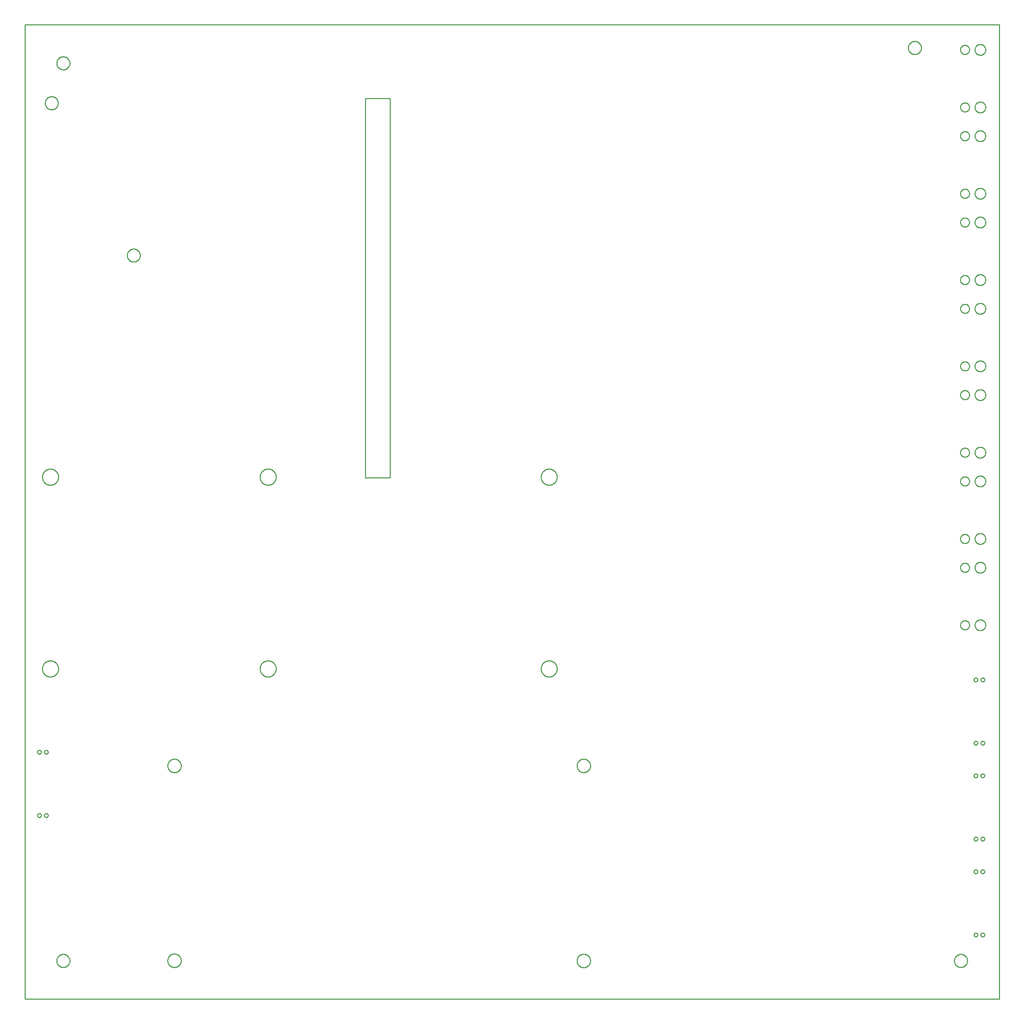
<source format=gbr>
G04 EAGLE Gerber RS-274X export*
G75*
%MOMM*%
%FSLAX34Y34*%
%LPD*%
%IN*%
%IPPOS*%
%AMOC8*
5,1,8,0,0,1.08239X$1,22.5*%
G01*
%ADD10C,0.254000*%


D10*
X0Y0D02*
X2540000Y0D01*
X2540000Y2540000D01*
X0Y2540000D01*
X0Y0D01*
X888000Y1359000D02*
X952000Y1359000D01*
X952000Y2348000D01*
X888000Y2348000D01*
X888000Y1359000D01*
X2337000Y2479443D02*
X2336927Y2478333D01*
X2336782Y2477229D01*
X2336565Y2476138D01*
X2336277Y2475063D01*
X2335919Y2474009D01*
X2335493Y2472980D01*
X2335001Y2471982D01*
X2334444Y2471018D01*
X2333826Y2470093D01*
X2333148Y2469210D01*
X2332414Y2468373D01*
X2331627Y2467586D01*
X2330790Y2466852D01*
X2329907Y2466174D01*
X2328982Y2465556D01*
X2328018Y2464999D01*
X2327020Y2464507D01*
X2325991Y2464081D01*
X2324937Y2463723D01*
X2323862Y2463435D01*
X2322771Y2463218D01*
X2321667Y2463073D01*
X2320557Y2463000D01*
X2319443Y2463000D01*
X2318333Y2463073D01*
X2317229Y2463218D01*
X2316138Y2463435D01*
X2315063Y2463723D01*
X2314009Y2464081D01*
X2312980Y2464507D01*
X2311982Y2464999D01*
X2311018Y2465556D01*
X2310093Y2466174D01*
X2309210Y2466852D01*
X2308373Y2467586D01*
X2307586Y2468373D01*
X2306852Y2469210D01*
X2306174Y2470093D01*
X2305556Y2471018D01*
X2304999Y2471982D01*
X2304507Y2472980D01*
X2304081Y2474009D01*
X2303723Y2475063D01*
X2303435Y2476138D01*
X2303218Y2477229D01*
X2303073Y2478333D01*
X2303000Y2479443D01*
X2303000Y2480557D01*
X2303073Y2481667D01*
X2303218Y2482771D01*
X2303435Y2483862D01*
X2303723Y2484937D01*
X2304081Y2485991D01*
X2304507Y2487020D01*
X2304999Y2488018D01*
X2305556Y2488982D01*
X2306174Y2489907D01*
X2306852Y2490790D01*
X2307586Y2491627D01*
X2308373Y2492414D01*
X2309210Y2493148D01*
X2310093Y2493826D01*
X2311018Y2494444D01*
X2311982Y2495001D01*
X2312980Y2495493D01*
X2314009Y2495919D01*
X2315063Y2496277D01*
X2316138Y2496565D01*
X2317229Y2496782D01*
X2318333Y2496927D01*
X2319443Y2497000D01*
X2320557Y2497000D01*
X2321667Y2496927D01*
X2322771Y2496782D01*
X2323862Y2496565D01*
X2324937Y2496277D01*
X2325991Y2495919D01*
X2327020Y2495493D01*
X2328018Y2495001D01*
X2328982Y2494444D01*
X2329907Y2493826D01*
X2330790Y2493148D01*
X2331627Y2492414D01*
X2332414Y2491627D01*
X2333148Y2490790D01*
X2333826Y2489907D01*
X2334444Y2488982D01*
X2335001Y2488018D01*
X2335493Y2487020D01*
X2335919Y2485991D01*
X2336277Y2484937D01*
X2336565Y2483862D01*
X2336782Y2482771D01*
X2336927Y2481667D01*
X2337000Y2480557D01*
X2337000Y2479443D01*
X2457000Y99443D02*
X2456927Y98333D01*
X2456782Y97229D01*
X2456565Y96138D01*
X2456277Y95063D01*
X2455919Y94009D01*
X2455493Y92980D01*
X2455001Y91982D01*
X2454444Y91018D01*
X2453826Y90093D01*
X2453148Y89210D01*
X2452414Y88373D01*
X2451627Y87586D01*
X2450790Y86852D01*
X2449907Y86174D01*
X2448982Y85556D01*
X2448018Y84999D01*
X2447020Y84507D01*
X2445991Y84081D01*
X2444937Y83723D01*
X2443862Y83435D01*
X2442771Y83218D01*
X2441667Y83073D01*
X2440557Y83000D01*
X2439443Y83000D01*
X2438333Y83073D01*
X2437229Y83218D01*
X2436138Y83435D01*
X2435063Y83723D01*
X2434009Y84081D01*
X2432980Y84507D01*
X2431982Y84999D01*
X2431018Y85556D01*
X2430093Y86174D01*
X2429210Y86852D01*
X2428373Y87586D01*
X2427586Y88373D01*
X2426852Y89210D01*
X2426174Y90093D01*
X2425556Y91018D01*
X2424999Y91982D01*
X2424507Y92980D01*
X2424081Y94009D01*
X2423723Y95063D01*
X2423435Y96138D01*
X2423218Y97229D01*
X2423073Y98333D01*
X2423000Y99443D01*
X2423000Y100557D01*
X2423073Y101667D01*
X2423218Y102771D01*
X2423435Y103862D01*
X2423723Y104937D01*
X2424081Y105991D01*
X2424507Y107020D01*
X2424999Y108018D01*
X2425556Y108982D01*
X2426174Y109907D01*
X2426852Y110790D01*
X2427586Y111627D01*
X2428373Y112414D01*
X2429210Y113148D01*
X2430093Y113826D01*
X2431018Y114444D01*
X2431982Y115001D01*
X2432980Y115493D01*
X2434009Y115919D01*
X2435063Y116277D01*
X2436138Y116565D01*
X2437229Y116782D01*
X2438333Y116927D01*
X2439443Y117000D01*
X2440557Y117000D01*
X2441667Y116927D01*
X2442771Y116782D01*
X2443862Y116565D01*
X2444937Y116277D01*
X2445991Y115919D01*
X2447020Y115493D01*
X2448018Y115001D01*
X2448982Y114444D01*
X2449907Y113826D01*
X2450790Y113148D01*
X2451627Y112414D01*
X2452414Y111627D01*
X2453148Y110790D01*
X2453826Y109907D01*
X2454444Y108982D01*
X2455001Y108018D01*
X2455493Y107020D01*
X2455919Y105991D01*
X2456277Y104937D01*
X2456565Y103862D01*
X2456782Y102771D01*
X2456927Y101667D01*
X2457000Y100557D01*
X2457000Y99443D01*
X117000Y99443D02*
X116927Y98333D01*
X116782Y97229D01*
X116565Y96138D01*
X116277Y95063D01*
X115919Y94009D01*
X115493Y92980D01*
X115001Y91982D01*
X114444Y91018D01*
X113826Y90093D01*
X113148Y89210D01*
X112414Y88373D01*
X111627Y87586D01*
X110790Y86852D01*
X109907Y86174D01*
X108982Y85556D01*
X108018Y84999D01*
X107020Y84507D01*
X105991Y84081D01*
X104937Y83723D01*
X103862Y83435D01*
X102771Y83218D01*
X101667Y83073D01*
X100557Y83000D01*
X99443Y83000D01*
X98333Y83073D01*
X97229Y83218D01*
X96138Y83435D01*
X95063Y83723D01*
X94009Y84081D01*
X92980Y84507D01*
X91982Y84999D01*
X91018Y85556D01*
X90093Y86174D01*
X89210Y86852D01*
X88373Y87586D01*
X87586Y88373D01*
X86852Y89210D01*
X86174Y90093D01*
X85556Y91018D01*
X84999Y91982D01*
X84507Y92980D01*
X84081Y94009D01*
X83723Y95063D01*
X83435Y96138D01*
X83218Y97229D01*
X83073Y98333D01*
X83000Y99443D01*
X83000Y100557D01*
X83073Y101667D01*
X83218Y102771D01*
X83435Y103862D01*
X83723Y104937D01*
X84081Y105991D01*
X84507Y107020D01*
X84999Y108018D01*
X85556Y108982D01*
X86174Y109907D01*
X86852Y110790D01*
X87586Y111627D01*
X88373Y112414D01*
X89210Y113148D01*
X90093Y113826D01*
X91018Y114444D01*
X91982Y115001D01*
X92980Y115493D01*
X94009Y115919D01*
X95063Y116277D01*
X96138Y116565D01*
X97229Y116782D01*
X98333Y116927D01*
X99443Y117000D01*
X100557Y117000D01*
X101667Y116927D01*
X102771Y116782D01*
X103862Y116565D01*
X104937Y116277D01*
X105991Y115919D01*
X107020Y115493D01*
X108018Y115001D01*
X108982Y114444D01*
X109907Y113826D01*
X110790Y113148D01*
X111627Y112414D01*
X112414Y111627D01*
X113148Y110790D01*
X113826Y109907D01*
X114444Y108982D01*
X115001Y108018D01*
X115493Y107020D01*
X115919Y105991D01*
X116277Y104937D01*
X116565Y103862D01*
X116782Y102771D01*
X116927Y101667D01*
X117000Y100557D01*
X117000Y99443D01*
X117000Y2439443D02*
X116927Y2438333D01*
X116782Y2437229D01*
X116565Y2436138D01*
X116277Y2435063D01*
X115919Y2434009D01*
X115493Y2432980D01*
X115001Y2431982D01*
X114444Y2431018D01*
X113826Y2430093D01*
X113148Y2429210D01*
X112414Y2428373D01*
X111627Y2427586D01*
X110790Y2426852D01*
X109907Y2426174D01*
X108982Y2425556D01*
X108018Y2424999D01*
X107020Y2424507D01*
X105991Y2424081D01*
X104937Y2423723D01*
X103862Y2423435D01*
X102771Y2423218D01*
X101667Y2423073D01*
X100557Y2423000D01*
X99443Y2423000D01*
X98333Y2423073D01*
X97229Y2423218D01*
X96138Y2423435D01*
X95063Y2423723D01*
X94009Y2424081D01*
X92980Y2424507D01*
X91982Y2424999D01*
X91018Y2425556D01*
X90093Y2426174D01*
X89210Y2426852D01*
X88373Y2427586D01*
X87586Y2428373D01*
X86852Y2429210D01*
X86174Y2430093D01*
X85556Y2431018D01*
X84999Y2431982D01*
X84507Y2432980D01*
X84081Y2434009D01*
X83723Y2435063D01*
X83435Y2436138D01*
X83218Y2437229D01*
X83073Y2438333D01*
X83000Y2439443D01*
X83000Y2440557D01*
X83073Y2441667D01*
X83218Y2442771D01*
X83435Y2443862D01*
X83723Y2444937D01*
X84081Y2445991D01*
X84507Y2447020D01*
X84999Y2448018D01*
X85556Y2448982D01*
X86174Y2449907D01*
X86852Y2450790D01*
X87586Y2451627D01*
X88373Y2452414D01*
X89210Y2453148D01*
X90093Y2453826D01*
X91018Y2454444D01*
X91982Y2455001D01*
X92980Y2455493D01*
X94009Y2455919D01*
X95063Y2456277D01*
X96138Y2456565D01*
X97229Y2456782D01*
X98333Y2456927D01*
X99443Y2457000D01*
X100557Y2457000D01*
X101667Y2456927D01*
X102771Y2456782D01*
X103862Y2456565D01*
X104937Y2456277D01*
X105991Y2455919D01*
X107020Y2455493D01*
X108018Y2455001D01*
X108982Y2454444D01*
X109907Y2453826D01*
X110790Y2453148D01*
X111627Y2452414D01*
X112414Y2451627D01*
X113148Y2450790D01*
X113826Y2449907D01*
X114444Y2448982D01*
X115001Y2448018D01*
X115493Y2447020D01*
X115919Y2445991D01*
X116277Y2444937D01*
X116565Y2443862D01*
X116782Y2442771D01*
X116927Y2441667D01*
X117000Y2440557D01*
X117000Y2439443D01*
X37881Y649000D02*
X38439Y648937D01*
X38986Y648812D01*
X39516Y648627D01*
X40022Y648383D01*
X40498Y648084D01*
X40937Y647734D01*
X41334Y647337D01*
X41684Y646898D01*
X41983Y646422D01*
X42227Y645916D01*
X42412Y645386D01*
X42537Y644839D01*
X42600Y644281D01*
X42600Y643719D01*
X42537Y643161D01*
X42412Y642614D01*
X42227Y642084D01*
X41983Y641578D01*
X41684Y641102D01*
X41334Y640663D01*
X40937Y640266D01*
X40498Y639916D01*
X40022Y639617D01*
X39516Y639373D01*
X38986Y639188D01*
X38439Y639063D01*
X37881Y639000D01*
X37319Y639000D01*
X36761Y639063D01*
X36214Y639188D01*
X35684Y639373D01*
X35178Y639617D01*
X34702Y639916D01*
X34263Y640266D01*
X33866Y640663D01*
X33516Y641102D01*
X33217Y641578D01*
X32973Y642084D01*
X32788Y642614D01*
X32663Y643161D01*
X32600Y643719D01*
X32600Y644281D01*
X32663Y644839D01*
X32788Y645386D01*
X32973Y645916D01*
X33217Y646422D01*
X33516Y646898D01*
X33866Y647337D01*
X34263Y647734D01*
X34702Y648084D01*
X35178Y648383D01*
X35684Y648627D01*
X36214Y648812D01*
X36761Y648937D01*
X37319Y649000D01*
X37881Y649000D01*
X55881Y649000D02*
X56439Y648937D01*
X56986Y648812D01*
X57516Y648627D01*
X58022Y648383D01*
X58498Y648084D01*
X58937Y647734D01*
X59334Y647337D01*
X59684Y646898D01*
X59983Y646422D01*
X60227Y645916D01*
X60412Y645386D01*
X60537Y644839D01*
X60600Y644281D01*
X60600Y643719D01*
X60537Y643161D01*
X60412Y642614D01*
X60227Y642084D01*
X59983Y641578D01*
X59684Y641102D01*
X59334Y640663D01*
X58937Y640266D01*
X58498Y639916D01*
X58022Y639617D01*
X57516Y639373D01*
X56986Y639188D01*
X56439Y639063D01*
X55881Y639000D01*
X55319Y639000D01*
X54761Y639063D01*
X54214Y639188D01*
X53684Y639373D01*
X53178Y639617D01*
X52702Y639916D01*
X52263Y640266D01*
X51866Y640663D01*
X51516Y641102D01*
X51217Y641578D01*
X50973Y642084D01*
X50788Y642614D01*
X50663Y643161D01*
X50600Y643719D01*
X50600Y644281D01*
X50663Y644839D01*
X50788Y645386D01*
X50973Y645916D01*
X51217Y646422D01*
X51516Y646898D01*
X51866Y647337D01*
X52263Y647734D01*
X52702Y648084D01*
X53178Y648383D01*
X53684Y648627D01*
X54214Y648812D01*
X54761Y648937D01*
X55319Y649000D01*
X55881Y649000D01*
X37881Y484000D02*
X38439Y483937D01*
X38986Y483812D01*
X39516Y483627D01*
X40022Y483383D01*
X40498Y483084D01*
X40937Y482734D01*
X41334Y482337D01*
X41684Y481898D01*
X41983Y481422D01*
X42227Y480916D01*
X42412Y480386D01*
X42537Y479839D01*
X42600Y479281D01*
X42600Y478719D01*
X42537Y478161D01*
X42412Y477614D01*
X42227Y477084D01*
X41983Y476578D01*
X41684Y476102D01*
X41334Y475663D01*
X40937Y475266D01*
X40498Y474916D01*
X40022Y474617D01*
X39516Y474373D01*
X38986Y474188D01*
X38439Y474063D01*
X37881Y474000D01*
X37319Y474000D01*
X36761Y474063D01*
X36214Y474188D01*
X35684Y474373D01*
X35178Y474617D01*
X34702Y474916D01*
X34263Y475266D01*
X33866Y475663D01*
X33516Y476102D01*
X33217Y476578D01*
X32973Y477084D01*
X32788Y477614D01*
X32663Y478161D01*
X32600Y478719D01*
X32600Y479281D01*
X32663Y479839D01*
X32788Y480386D01*
X32973Y480916D01*
X33217Y481422D01*
X33516Y481898D01*
X33866Y482337D01*
X34263Y482734D01*
X34702Y483084D01*
X35178Y483383D01*
X35684Y483627D01*
X36214Y483812D01*
X36761Y483937D01*
X37319Y484000D01*
X37881Y484000D01*
X55881Y484000D02*
X56439Y483937D01*
X56986Y483812D01*
X57516Y483627D01*
X58022Y483383D01*
X58498Y483084D01*
X58937Y482734D01*
X59334Y482337D01*
X59684Y481898D01*
X59983Y481422D01*
X60227Y480916D01*
X60412Y480386D01*
X60537Y479839D01*
X60600Y479281D01*
X60600Y478719D01*
X60537Y478161D01*
X60412Y477614D01*
X60227Y477084D01*
X59983Y476578D01*
X59684Y476102D01*
X59334Y475663D01*
X58937Y475266D01*
X58498Y474916D01*
X58022Y474617D01*
X57516Y474373D01*
X56986Y474188D01*
X56439Y474063D01*
X55881Y474000D01*
X55319Y474000D01*
X54761Y474063D01*
X54214Y474188D01*
X53684Y474373D01*
X53178Y474617D01*
X52702Y474916D01*
X52263Y475266D01*
X51866Y475663D01*
X51516Y476102D01*
X51217Y476578D01*
X50973Y477084D01*
X50788Y477614D01*
X50663Y478161D01*
X50600Y478719D01*
X50600Y479281D01*
X50663Y479839D01*
X50788Y480386D01*
X50973Y480916D01*
X51217Y481422D01*
X51516Y481898D01*
X51866Y482337D01*
X52263Y482734D01*
X52702Y483084D01*
X53178Y483383D01*
X53684Y483627D01*
X54214Y483812D01*
X54761Y483937D01*
X55319Y484000D01*
X55881Y484000D01*
X2496719Y662500D02*
X2496161Y662563D01*
X2495614Y662688D01*
X2495084Y662873D01*
X2494578Y663117D01*
X2494102Y663416D01*
X2493663Y663766D01*
X2493266Y664163D01*
X2492916Y664602D01*
X2492617Y665078D01*
X2492373Y665584D01*
X2492188Y666114D01*
X2492063Y666661D01*
X2492000Y667219D01*
X2492000Y667781D01*
X2492063Y668339D01*
X2492188Y668886D01*
X2492373Y669416D01*
X2492617Y669922D01*
X2492916Y670398D01*
X2493266Y670837D01*
X2493663Y671234D01*
X2494102Y671584D01*
X2494578Y671883D01*
X2495084Y672127D01*
X2495614Y672312D01*
X2496161Y672437D01*
X2496719Y672500D01*
X2497281Y672500D01*
X2497839Y672437D01*
X2498386Y672312D01*
X2498916Y672127D01*
X2499422Y671883D01*
X2499898Y671584D01*
X2500337Y671234D01*
X2500734Y670837D01*
X2501084Y670398D01*
X2501383Y669922D01*
X2501627Y669416D01*
X2501812Y668886D01*
X2501937Y668339D01*
X2502000Y667781D01*
X2502000Y667219D01*
X2501937Y666661D01*
X2501812Y666114D01*
X2501627Y665584D01*
X2501383Y665078D01*
X2501084Y664602D01*
X2500734Y664163D01*
X2500337Y663766D01*
X2499898Y663416D01*
X2499422Y663117D01*
X2498916Y662873D01*
X2498386Y662688D01*
X2497839Y662563D01*
X2497281Y662500D01*
X2496719Y662500D01*
X2478719Y662500D02*
X2478161Y662563D01*
X2477614Y662688D01*
X2477084Y662873D01*
X2476578Y663117D01*
X2476102Y663416D01*
X2475663Y663766D01*
X2475266Y664163D01*
X2474916Y664602D01*
X2474617Y665078D01*
X2474373Y665584D01*
X2474188Y666114D01*
X2474063Y666661D01*
X2474000Y667219D01*
X2474000Y667781D01*
X2474063Y668339D01*
X2474188Y668886D01*
X2474373Y669416D01*
X2474617Y669922D01*
X2474916Y670398D01*
X2475266Y670837D01*
X2475663Y671234D01*
X2476102Y671584D01*
X2476578Y671883D01*
X2477084Y672127D01*
X2477614Y672312D01*
X2478161Y672437D01*
X2478719Y672500D01*
X2479281Y672500D01*
X2479839Y672437D01*
X2480386Y672312D01*
X2480916Y672127D01*
X2481422Y671883D01*
X2481898Y671584D01*
X2482337Y671234D01*
X2482734Y670837D01*
X2483084Y670398D01*
X2483383Y669922D01*
X2483627Y669416D01*
X2483812Y668886D01*
X2483937Y668339D01*
X2484000Y667781D01*
X2484000Y667219D01*
X2483937Y666661D01*
X2483812Y666114D01*
X2483627Y665584D01*
X2483383Y665078D01*
X2483084Y664602D01*
X2482734Y664163D01*
X2482337Y663766D01*
X2481898Y663416D01*
X2481422Y663117D01*
X2480916Y662873D01*
X2480386Y662688D01*
X2479839Y662563D01*
X2479281Y662500D01*
X2478719Y662500D01*
X2496719Y827500D02*
X2496161Y827563D01*
X2495614Y827688D01*
X2495084Y827873D01*
X2494578Y828117D01*
X2494102Y828416D01*
X2493663Y828766D01*
X2493266Y829163D01*
X2492916Y829602D01*
X2492617Y830078D01*
X2492373Y830584D01*
X2492188Y831114D01*
X2492063Y831661D01*
X2492000Y832219D01*
X2492000Y832781D01*
X2492063Y833339D01*
X2492188Y833886D01*
X2492373Y834416D01*
X2492617Y834922D01*
X2492916Y835398D01*
X2493266Y835837D01*
X2493663Y836234D01*
X2494102Y836584D01*
X2494578Y836883D01*
X2495084Y837127D01*
X2495614Y837312D01*
X2496161Y837437D01*
X2496719Y837500D01*
X2497281Y837500D01*
X2497839Y837437D01*
X2498386Y837312D01*
X2498916Y837127D01*
X2499422Y836883D01*
X2499898Y836584D01*
X2500337Y836234D01*
X2500734Y835837D01*
X2501084Y835398D01*
X2501383Y834922D01*
X2501627Y834416D01*
X2501812Y833886D01*
X2501937Y833339D01*
X2502000Y832781D01*
X2502000Y832219D01*
X2501937Y831661D01*
X2501812Y831114D01*
X2501627Y830584D01*
X2501383Y830078D01*
X2501084Y829602D01*
X2500734Y829163D01*
X2500337Y828766D01*
X2499898Y828416D01*
X2499422Y828117D01*
X2498916Y827873D01*
X2498386Y827688D01*
X2497839Y827563D01*
X2497281Y827500D01*
X2496719Y827500D01*
X2478719Y827500D02*
X2478161Y827563D01*
X2477614Y827688D01*
X2477084Y827873D01*
X2476578Y828117D01*
X2476102Y828416D01*
X2475663Y828766D01*
X2475266Y829163D01*
X2474916Y829602D01*
X2474617Y830078D01*
X2474373Y830584D01*
X2474188Y831114D01*
X2474063Y831661D01*
X2474000Y832219D01*
X2474000Y832781D01*
X2474063Y833339D01*
X2474188Y833886D01*
X2474373Y834416D01*
X2474617Y834922D01*
X2474916Y835398D01*
X2475266Y835837D01*
X2475663Y836234D01*
X2476102Y836584D01*
X2476578Y836883D01*
X2477084Y837127D01*
X2477614Y837312D01*
X2478161Y837437D01*
X2478719Y837500D01*
X2479281Y837500D01*
X2479839Y837437D01*
X2480386Y837312D01*
X2480916Y837127D01*
X2481422Y836883D01*
X2481898Y836584D01*
X2482337Y836234D01*
X2482734Y835837D01*
X2483084Y835398D01*
X2483383Y834922D01*
X2483627Y834416D01*
X2483812Y833886D01*
X2483937Y833339D01*
X2484000Y832781D01*
X2484000Y832219D01*
X2483937Y831661D01*
X2483812Y831114D01*
X2483627Y830584D01*
X2483383Y830078D01*
X2483084Y829602D01*
X2482734Y829163D01*
X2482337Y828766D01*
X2481898Y828416D01*
X2481422Y828117D01*
X2480916Y827873D01*
X2480386Y827688D01*
X2479839Y827563D01*
X2479281Y827500D01*
X2478719Y827500D01*
X2451162Y986750D02*
X2452082Y986678D01*
X2452994Y986533D01*
X2453892Y986318D01*
X2454770Y986032D01*
X2455623Y985679D01*
X2456446Y985260D01*
X2457233Y984777D01*
X2457980Y984235D01*
X2458682Y983635D01*
X2459335Y982982D01*
X2459935Y982280D01*
X2460477Y981533D01*
X2460960Y980746D01*
X2461379Y979923D01*
X2461732Y979070D01*
X2462018Y978192D01*
X2462233Y977294D01*
X2462378Y976382D01*
X2462450Y975462D01*
X2462450Y974538D01*
X2462378Y973618D01*
X2462233Y972706D01*
X2462018Y971808D01*
X2461732Y970930D01*
X2461379Y970077D01*
X2460960Y969254D01*
X2460477Y968467D01*
X2459935Y967720D01*
X2459335Y967018D01*
X2458682Y966365D01*
X2457980Y965765D01*
X2457233Y965223D01*
X2456446Y964740D01*
X2455623Y964321D01*
X2454770Y963968D01*
X2453892Y963682D01*
X2452994Y963467D01*
X2452082Y963322D01*
X2451162Y963250D01*
X2450238Y963250D01*
X2449318Y963322D01*
X2448406Y963467D01*
X2447508Y963682D01*
X2446630Y963968D01*
X2445777Y964321D01*
X2444954Y964740D01*
X2444167Y965223D01*
X2443420Y965765D01*
X2442718Y966365D01*
X2442065Y967018D01*
X2441465Y967720D01*
X2440923Y968467D01*
X2440440Y969254D01*
X2440021Y970077D01*
X2439668Y970930D01*
X2439382Y971808D01*
X2439167Y972706D01*
X2439022Y973618D01*
X2438950Y974538D01*
X2438950Y975462D01*
X2439022Y976382D01*
X2439167Y977294D01*
X2439382Y978192D01*
X2439668Y979070D01*
X2440021Y979923D01*
X2440440Y980746D01*
X2440923Y981533D01*
X2441465Y982280D01*
X2442065Y982982D01*
X2442718Y983635D01*
X2443420Y984235D01*
X2444167Y984777D01*
X2444954Y985260D01*
X2445777Y985679D01*
X2446630Y986032D01*
X2447508Y986318D01*
X2448406Y986533D01*
X2449318Y986678D01*
X2450238Y986750D01*
X2451162Y986750D01*
X2451162Y1136750D02*
X2452082Y1136678D01*
X2452994Y1136533D01*
X2453892Y1136318D01*
X2454770Y1136032D01*
X2455623Y1135679D01*
X2456446Y1135260D01*
X2457233Y1134777D01*
X2457980Y1134235D01*
X2458682Y1133635D01*
X2459335Y1132982D01*
X2459935Y1132280D01*
X2460477Y1131533D01*
X2460960Y1130746D01*
X2461379Y1129923D01*
X2461732Y1129070D01*
X2462018Y1128192D01*
X2462233Y1127294D01*
X2462378Y1126382D01*
X2462450Y1125462D01*
X2462450Y1124538D01*
X2462378Y1123618D01*
X2462233Y1122706D01*
X2462018Y1121808D01*
X2461732Y1120930D01*
X2461379Y1120077D01*
X2460960Y1119254D01*
X2460477Y1118467D01*
X2459935Y1117720D01*
X2459335Y1117018D01*
X2458682Y1116365D01*
X2457980Y1115765D01*
X2457233Y1115223D01*
X2456446Y1114740D01*
X2455623Y1114321D01*
X2454770Y1113968D01*
X2453892Y1113682D01*
X2452994Y1113467D01*
X2452082Y1113322D01*
X2451162Y1113250D01*
X2450238Y1113250D01*
X2449318Y1113322D01*
X2448406Y1113467D01*
X2447508Y1113682D01*
X2446630Y1113968D01*
X2445777Y1114321D01*
X2444954Y1114740D01*
X2444167Y1115223D01*
X2443420Y1115765D01*
X2442718Y1116365D01*
X2442065Y1117018D01*
X2441465Y1117720D01*
X2440923Y1118467D01*
X2440440Y1119254D01*
X2440021Y1120077D01*
X2439668Y1120930D01*
X2439382Y1121808D01*
X2439167Y1122706D01*
X2439022Y1123618D01*
X2438950Y1124538D01*
X2438950Y1125462D01*
X2439022Y1126382D01*
X2439167Y1127294D01*
X2439382Y1128192D01*
X2439668Y1129070D01*
X2440021Y1129923D01*
X2440440Y1130746D01*
X2440923Y1131533D01*
X2441465Y1132280D01*
X2442065Y1132982D01*
X2442718Y1133635D01*
X2443420Y1134235D01*
X2444167Y1134777D01*
X2444954Y1135260D01*
X2445777Y1135679D01*
X2446630Y1136032D01*
X2447508Y1136318D01*
X2448406Y1136533D01*
X2449318Y1136678D01*
X2450238Y1136750D01*
X2451162Y1136750D01*
X2491200Y989000D02*
X2492198Y988929D01*
X2493187Y988786D01*
X2494165Y988574D01*
X2495124Y988292D01*
X2496061Y987943D01*
X2496971Y987527D01*
X2497848Y987048D01*
X2498690Y986507D01*
X2499490Y985908D01*
X2500246Y985253D01*
X2500953Y984546D01*
X2501608Y983790D01*
X2502207Y982990D01*
X2502748Y982148D01*
X2503227Y981271D01*
X2503643Y980361D01*
X2503992Y979424D01*
X2504274Y978465D01*
X2504486Y977487D01*
X2504629Y976498D01*
X2504700Y975500D01*
X2504700Y974500D01*
X2504629Y973503D01*
X2504486Y972513D01*
X2504274Y971536D01*
X2503992Y970576D01*
X2503643Y969639D01*
X2503227Y968729D01*
X2502748Y967852D01*
X2502207Y967010D01*
X2501608Y966210D01*
X2500953Y965454D01*
X2500246Y964747D01*
X2499490Y964092D01*
X2498690Y963493D01*
X2497848Y962952D01*
X2496971Y962473D01*
X2496061Y962057D01*
X2495124Y961708D01*
X2494165Y961426D01*
X2493187Y961214D01*
X2492198Y961071D01*
X2491200Y961000D01*
X2490200Y961000D01*
X2489203Y961071D01*
X2488213Y961214D01*
X2487236Y961426D01*
X2486276Y961708D01*
X2485339Y962057D01*
X2484429Y962473D01*
X2483552Y962952D01*
X2482710Y963493D01*
X2481910Y964092D01*
X2481154Y964747D01*
X2480447Y965454D01*
X2479792Y966210D01*
X2479193Y967010D01*
X2478652Y967852D01*
X2478173Y968729D01*
X2477757Y969639D01*
X2477408Y970576D01*
X2477126Y971536D01*
X2476914Y972513D01*
X2476771Y973503D01*
X2476700Y974500D01*
X2476700Y975500D01*
X2476771Y976498D01*
X2476914Y977487D01*
X2477126Y978465D01*
X2477408Y979424D01*
X2477757Y980361D01*
X2478173Y981271D01*
X2478652Y982148D01*
X2479193Y982990D01*
X2479792Y983790D01*
X2480447Y984546D01*
X2481154Y985253D01*
X2481910Y985908D01*
X2482710Y986507D01*
X2483552Y987048D01*
X2484429Y987527D01*
X2485339Y987943D01*
X2486276Y988292D01*
X2487236Y988574D01*
X2488213Y988786D01*
X2489203Y988929D01*
X2490200Y989000D01*
X2491200Y989000D01*
X2491200Y1139000D02*
X2492198Y1138929D01*
X2493187Y1138786D01*
X2494165Y1138574D01*
X2495124Y1138292D01*
X2496061Y1137943D01*
X2496971Y1137527D01*
X2497848Y1137048D01*
X2498690Y1136507D01*
X2499490Y1135908D01*
X2500246Y1135253D01*
X2500953Y1134546D01*
X2501608Y1133790D01*
X2502207Y1132990D01*
X2502748Y1132148D01*
X2503227Y1131271D01*
X2503643Y1130361D01*
X2503992Y1129424D01*
X2504274Y1128465D01*
X2504486Y1127487D01*
X2504629Y1126498D01*
X2504700Y1125500D01*
X2504700Y1124500D01*
X2504629Y1123503D01*
X2504486Y1122513D01*
X2504274Y1121536D01*
X2503992Y1120576D01*
X2503643Y1119639D01*
X2503227Y1118729D01*
X2502748Y1117852D01*
X2502207Y1117010D01*
X2501608Y1116210D01*
X2500953Y1115454D01*
X2500246Y1114747D01*
X2499490Y1114092D01*
X2498690Y1113493D01*
X2497848Y1112952D01*
X2496971Y1112473D01*
X2496061Y1112057D01*
X2495124Y1111708D01*
X2494165Y1111426D01*
X2493187Y1111214D01*
X2492198Y1111071D01*
X2491200Y1111000D01*
X2490200Y1111000D01*
X2489203Y1111071D01*
X2488213Y1111214D01*
X2487236Y1111426D01*
X2486276Y1111708D01*
X2485339Y1112057D01*
X2484429Y1112473D01*
X2483552Y1112952D01*
X2482710Y1113493D01*
X2481910Y1114092D01*
X2481154Y1114747D01*
X2480447Y1115454D01*
X2479792Y1116210D01*
X2479193Y1117010D01*
X2478652Y1117852D01*
X2478173Y1118729D01*
X2477757Y1119639D01*
X2477408Y1120576D01*
X2477126Y1121536D01*
X2476914Y1122513D01*
X2476771Y1123503D01*
X2476700Y1124500D01*
X2476700Y1125500D01*
X2476771Y1126498D01*
X2476914Y1127487D01*
X2477126Y1128465D01*
X2477408Y1129424D01*
X2477757Y1130361D01*
X2478173Y1131271D01*
X2478652Y1132148D01*
X2479193Y1132990D01*
X2479792Y1133790D01*
X2480447Y1134546D01*
X2481154Y1135253D01*
X2481910Y1135908D01*
X2482710Y1136507D01*
X2483552Y1137048D01*
X2484429Y1137527D01*
X2485339Y1137943D01*
X2486276Y1138292D01*
X2487236Y1138574D01*
X2488213Y1138786D01*
X2489203Y1138929D01*
X2490200Y1139000D01*
X2491200Y1139000D01*
X2496719Y162500D02*
X2496161Y162563D01*
X2495614Y162688D01*
X2495084Y162873D01*
X2494578Y163117D01*
X2494102Y163416D01*
X2493663Y163766D01*
X2493266Y164163D01*
X2492916Y164602D01*
X2492617Y165078D01*
X2492373Y165584D01*
X2492188Y166114D01*
X2492063Y166661D01*
X2492000Y167219D01*
X2492000Y167781D01*
X2492063Y168339D01*
X2492188Y168886D01*
X2492373Y169416D01*
X2492617Y169922D01*
X2492916Y170398D01*
X2493266Y170837D01*
X2493663Y171234D01*
X2494102Y171584D01*
X2494578Y171883D01*
X2495084Y172127D01*
X2495614Y172312D01*
X2496161Y172437D01*
X2496719Y172500D01*
X2497281Y172500D01*
X2497839Y172437D01*
X2498386Y172312D01*
X2498916Y172127D01*
X2499422Y171883D01*
X2499898Y171584D01*
X2500337Y171234D01*
X2500734Y170837D01*
X2501084Y170398D01*
X2501383Y169922D01*
X2501627Y169416D01*
X2501812Y168886D01*
X2501937Y168339D01*
X2502000Y167781D01*
X2502000Y167219D01*
X2501937Y166661D01*
X2501812Y166114D01*
X2501627Y165584D01*
X2501383Y165078D01*
X2501084Y164602D01*
X2500734Y164163D01*
X2500337Y163766D01*
X2499898Y163416D01*
X2499422Y163117D01*
X2498916Y162873D01*
X2498386Y162688D01*
X2497839Y162563D01*
X2497281Y162500D01*
X2496719Y162500D01*
X2478719Y162500D02*
X2478161Y162563D01*
X2477614Y162688D01*
X2477084Y162873D01*
X2476578Y163117D01*
X2476102Y163416D01*
X2475663Y163766D01*
X2475266Y164163D01*
X2474916Y164602D01*
X2474617Y165078D01*
X2474373Y165584D01*
X2474188Y166114D01*
X2474063Y166661D01*
X2474000Y167219D01*
X2474000Y167781D01*
X2474063Y168339D01*
X2474188Y168886D01*
X2474373Y169416D01*
X2474617Y169922D01*
X2474916Y170398D01*
X2475266Y170837D01*
X2475663Y171234D01*
X2476102Y171584D01*
X2476578Y171883D01*
X2477084Y172127D01*
X2477614Y172312D01*
X2478161Y172437D01*
X2478719Y172500D01*
X2479281Y172500D01*
X2479839Y172437D01*
X2480386Y172312D01*
X2480916Y172127D01*
X2481422Y171883D01*
X2481898Y171584D01*
X2482337Y171234D01*
X2482734Y170837D01*
X2483084Y170398D01*
X2483383Y169922D01*
X2483627Y169416D01*
X2483812Y168886D01*
X2483937Y168339D01*
X2484000Y167781D01*
X2484000Y167219D01*
X2483937Y166661D01*
X2483812Y166114D01*
X2483627Y165584D01*
X2483383Y165078D01*
X2483084Y164602D01*
X2482734Y164163D01*
X2482337Y163766D01*
X2481898Y163416D01*
X2481422Y163117D01*
X2480916Y162873D01*
X2480386Y162688D01*
X2479839Y162563D01*
X2479281Y162500D01*
X2478719Y162500D01*
X2496719Y327500D02*
X2496161Y327563D01*
X2495614Y327688D01*
X2495084Y327873D01*
X2494578Y328117D01*
X2494102Y328416D01*
X2493663Y328766D01*
X2493266Y329163D01*
X2492916Y329602D01*
X2492617Y330078D01*
X2492373Y330584D01*
X2492188Y331114D01*
X2492063Y331661D01*
X2492000Y332219D01*
X2492000Y332781D01*
X2492063Y333339D01*
X2492188Y333886D01*
X2492373Y334416D01*
X2492617Y334922D01*
X2492916Y335398D01*
X2493266Y335837D01*
X2493663Y336234D01*
X2494102Y336584D01*
X2494578Y336883D01*
X2495084Y337127D01*
X2495614Y337312D01*
X2496161Y337437D01*
X2496719Y337500D01*
X2497281Y337500D01*
X2497839Y337437D01*
X2498386Y337312D01*
X2498916Y337127D01*
X2499422Y336883D01*
X2499898Y336584D01*
X2500337Y336234D01*
X2500734Y335837D01*
X2501084Y335398D01*
X2501383Y334922D01*
X2501627Y334416D01*
X2501812Y333886D01*
X2501937Y333339D01*
X2502000Y332781D01*
X2502000Y332219D01*
X2501937Y331661D01*
X2501812Y331114D01*
X2501627Y330584D01*
X2501383Y330078D01*
X2501084Y329602D01*
X2500734Y329163D01*
X2500337Y328766D01*
X2499898Y328416D01*
X2499422Y328117D01*
X2498916Y327873D01*
X2498386Y327688D01*
X2497839Y327563D01*
X2497281Y327500D01*
X2496719Y327500D01*
X2478719Y327500D02*
X2478161Y327563D01*
X2477614Y327688D01*
X2477084Y327873D01*
X2476578Y328117D01*
X2476102Y328416D01*
X2475663Y328766D01*
X2475266Y329163D01*
X2474916Y329602D01*
X2474617Y330078D01*
X2474373Y330584D01*
X2474188Y331114D01*
X2474063Y331661D01*
X2474000Y332219D01*
X2474000Y332781D01*
X2474063Y333339D01*
X2474188Y333886D01*
X2474373Y334416D01*
X2474617Y334922D01*
X2474916Y335398D01*
X2475266Y335837D01*
X2475663Y336234D01*
X2476102Y336584D01*
X2476578Y336883D01*
X2477084Y337127D01*
X2477614Y337312D01*
X2478161Y337437D01*
X2478719Y337500D01*
X2479281Y337500D01*
X2479839Y337437D01*
X2480386Y337312D01*
X2480916Y337127D01*
X2481422Y336883D01*
X2481898Y336584D01*
X2482337Y336234D01*
X2482734Y335837D01*
X2483084Y335398D01*
X2483383Y334922D01*
X2483627Y334416D01*
X2483812Y333886D01*
X2483937Y333339D01*
X2484000Y332781D01*
X2484000Y332219D01*
X2483937Y331661D01*
X2483812Y331114D01*
X2483627Y330584D01*
X2483383Y330078D01*
X2483084Y329602D01*
X2482734Y329163D01*
X2482337Y328766D01*
X2481898Y328416D01*
X2481422Y328117D01*
X2480916Y327873D01*
X2480386Y327688D01*
X2479839Y327563D01*
X2479281Y327500D01*
X2478719Y327500D01*
X2451162Y2336750D02*
X2452082Y2336678D01*
X2452994Y2336533D01*
X2453892Y2336318D01*
X2454770Y2336032D01*
X2455623Y2335679D01*
X2456446Y2335260D01*
X2457233Y2334777D01*
X2457980Y2334235D01*
X2458682Y2333635D01*
X2459335Y2332982D01*
X2459935Y2332280D01*
X2460477Y2331533D01*
X2460960Y2330746D01*
X2461379Y2329923D01*
X2461732Y2329070D01*
X2462018Y2328192D01*
X2462233Y2327294D01*
X2462378Y2326382D01*
X2462450Y2325462D01*
X2462450Y2324538D01*
X2462378Y2323618D01*
X2462233Y2322706D01*
X2462018Y2321808D01*
X2461732Y2320930D01*
X2461379Y2320077D01*
X2460960Y2319254D01*
X2460477Y2318467D01*
X2459935Y2317720D01*
X2459335Y2317018D01*
X2458682Y2316365D01*
X2457980Y2315765D01*
X2457233Y2315223D01*
X2456446Y2314740D01*
X2455623Y2314321D01*
X2454770Y2313968D01*
X2453892Y2313682D01*
X2452994Y2313467D01*
X2452082Y2313322D01*
X2451162Y2313250D01*
X2450238Y2313250D01*
X2449318Y2313322D01*
X2448406Y2313467D01*
X2447508Y2313682D01*
X2446630Y2313968D01*
X2445777Y2314321D01*
X2444954Y2314740D01*
X2444167Y2315223D01*
X2443420Y2315765D01*
X2442718Y2316365D01*
X2442065Y2317018D01*
X2441465Y2317720D01*
X2440923Y2318467D01*
X2440440Y2319254D01*
X2440021Y2320077D01*
X2439668Y2320930D01*
X2439382Y2321808D01*
X2439167Y2322706D01*
X2439022Y2323618D01*
X2438950Y2324538D01*
X2438950Y2325462D01*
X2439022Y2326382D01*
X2439167Y2327294D01*
X2439382Y2328192D01*
X2439668Y2329070D01*
X2440021Y2329923D01*
X2440440Y2330746D01*
X2440923Y2331533D01*
X2441465Y2332280D01*
X2442065Y2332982D01*
X2442718Y2333635D01*
X2443420Y2334235D01*
X2444167Y2334777D01*
X2444954Y2335260D01*
X2445777Y2335679D01*
X2446630Y2336032D01*
X2447508Y2336318D01*
X2448406Y2336533D01*
X2449318Y2336678D01*
X2450238Y2336750D01*
X2451162Y2336750D01*
X2451162Y2486750D02*
X2452082Y2486678D01*
X2452994Y2486533D01*
X2453892Y2486318D01*
X2454770Y2486032D01*
X2455623Y2485679D01*
X2456446Y2485260D01*
X2457233Y2484777D01*
X2457980Y2484235D01*
X2458682Y2483635D01*
X2459335Y2482982D01*
X2459935Y2482280D01*
X2460477Y2481533D01*
X2460960Y2480746D01*
X2461379Y2479923D01*
X2461732Y2479070D01*
X2462018Y2478192D01*
X2462233Y2477294D01*
X2462378Y2476382D01*
X2462450Y2475462D01*
X2462450Y2474538D01*
X2462378Y2473618D01*
X2462233Y2472706D01*
X2462018Y2471808D01*
X2461732Y2470930D01*
X2461379Y2470077D01*
X2460960Y2469254D01*
X2460477Y2468467D01*
X2459935Y2467720D01*
X2459335Y2467018D01*
X2458682Y2466365D01*
X2457980Y2465765D01*
X2457233Y2465223D01*
X2456446Y2464740D01*
X2455623Y2464321D01*
X2454770Y2463968D01*
X2453892Y2463682D01*
X2452994Y2463467D01*
X2452082Y2463322D01*
X2451162Y2463250D01*
X2450238Y2463250D01*
X2449318Y2463322D01*
X2448406Y2463467D01*
X2447508Y2463682D01*
X2446630Y2463968D01*
X2445777Y2464321D01*
X2444954Y2464740D01*
X2444167Y2465223D01*
X2443420Y2465765D01*
X2442718Y2466365D01*
X2442065Y2467018D01*
X2441465Y2467720D01*
X2440923Y2468467D01*
X2440440Y2469254D01*
X2440021Y2470077D01*
X2439668Y2470930D01*
X2439382Y2471808D01*
X2439167Y2472706D01*
X2439022Y2473618D01*
X2438950Y2474538D01*
X2438950Y2475462D01*
X2439022Y2476382D01*
X2439167Y2477294D01*
X2439382Y2478192D01*
X2439668Y2479070D01*
X2440021Y2479923D01*
X2440440Y2480746D01*
X2440923Y2481533D01*
X2441465Y2482280D01*
X2442065Y2482982D01*
X2442718Y2483635D01*
X2443420Y2484235D01*
X2444167Y2484777D01*
X2444954Y2485260D01*
X2445777Y2485679D01*
X2446630Y2486032D01*
X2447508Y2486318D01*
X2448406Y2486533D01*
X2449318Y2486678D01*
X2450238Y2486750D01*
X2451162Y2486750D01*
X2491200Y2339000D02*
X2492198Y2338929D01*
X2493187Y2338786D01*
X2494165Y2338574D01*
X2495124Y2338292D01*
X2496061Y2337943D01*
X2496971Y2337527D01*
X2497848Y2337048D01*
X2498690Y2336507D01*
X2499490Y2335908D01*
X2500246Y2335253D01*
X2500953Y2334546D01*
X2501608Y2333790D01*
X2502207Y2332990D01*
X2502748Y2332148D01*
X2503227Y2331271D01*
X2503643Y2330361D01*
X2503992Y2329424D01*
X2504274Y2328465D01*
X2504486Y2327487D01*
X2504629Y2326498D01*
X2504700Y2325500D01*
X2504700Y2324500D01*
X2504629Y2323503D01*
X2504486Y2322513D01*
X2504274Y2321536D01*
X2503992Y2320576D01*
X2503643Y2319639D01*
X2503227Y2318729D01*
X2502748Y2317852D01*
X2502207Y2317010D01*
X2501608Y2316210D01*
X2500953Y2315454D01*
X2500246Y2314747D01*
X2499490Y2314092D01*
X2498690Y2313493D01*
X2497848Y2312952D01*
X2496971Y2312473D01*
X2496061Y2312057D01*
X2495124Y2311708D01*
X2494165Y2311426D01*
X2493187Y2311214D01*
X2492198Y2311071D01*
X2491200Y2311000D01*
X2490200Y2311000D01*
X2489203Y2311071D01*
X2488213Y2311214D01*
X2487236Y2311426D01*
X2486276Y2311708D01*
X2485339Y2312057D01*
X2484429Y2312473D01*
X2483552Y2312952D01*
X2482710Y2313493D01*
X2481910Y2314092D01*
X2481154Y2314747D01*
X2480447Y2315454D01*
X2479792Y2316210D01*
X2479193Y2317010D01*
X2478652Y2317852D01*
X2478173Y2318729D01*
X2477757Y2319639D01*
X2477408Y2320576D01*
X2477126Y2321536D01*
X2476914Y2322513D01*
X2476771Y2323503D01*
X2476700Y2324500D01*
X2476700Y2325500D01*
X2476771Y2326498D01*
X2476914Y2327487D01*
X2477126Y2328465D01*
X2477408Y2329424D01*
X2477757Y2330361D01*
X2478173Y2331271D01*
X2478652Y2332148D01*
X2479193Y2332990D01*
X2479792Y2333790D01*
X2480447Y2334546D01*
X2481154Y2335253D01*
X2481910Y2335908D01*
X2482710Y2336507D01*
X2483552Y2337048D01*
X2484429Y2337527D01*
X2485339Y2337943D01*
X2486276Y2338292D01*
X2487236Y2338574D01*
X2488213Y2338786D01*
X2489203Y2338929D01*
X2490200Y2339000D01*
X2491200Y2339000D01*
X2491200Y2489000D02*
X2492198Y2488929D01*
X2493187Y2488786D01*
X2494165Y2488574D01*
X2495124Y2488292D01*
X2496061Y2487943D01*
X2496971Y2487527D01*
X2497848Y2487048D01*
X2498690Y2486507D01*
X2499490Y2485908D01*
X2500246Y2485253D01*
X2500953Y2484546D01*
X2501608Y2483790D01*
X2502207Y2482990D01*
X2502748Y2482148D01*
X2503227Y2481271D01*
X2503643Y2480361D01*
X2503992Y2479424D01*
X2504274Y2478465D01*
X2504486Y2477487D01*
X2504629Y2476498D01*
X2504700Y2475500D01*
X2504700Y2474500D01*
X2504629Y2473503D01*
X2504486Y2472513D01*
X2504274Y2471536D01*
X2503992Y2470576D01*
X2503643Y2469639D01*
X2503227Y2468729D01*
X2502748Y2467852D01*
X2502207Y2467010D01*
X2501608Y2466210D01*
X2500953Y2465454D01*
X2500246Y2464747D01*
X2499490Y2464092D01*
X2498690Y2463493D01*
X2497848Y2462952D01*
X2496971Y2462473D01*
X2496061Y2462057D01*
X2495124Y2461708D01*
X2494165Y2461426D01*
X2493187Y2461214D01*
X2492198Y2461071D01*
X2491200Y2461000D01*
X2490200Y2461000D01*
X2489203Y2461071D01*
X2488213Y2461214D01*
X2487236Y2461426D01*
X2486276Y2461708D01*
X2485339Y2462057D01*
X2484429Y2462473D01*
X2483552Y2462952D01*
X2482710Y2463493D01*
X2481910Y2464092D01*
X2481154Y2464747D01*
X2480447Y2465454D01*
X2479792Y2466210D01*
X2479193Y2467010D01*
X2478652Y2467852D01*
X2478173Y2468729D01*
X2477757Y2469639D01*
X2477408Y2470576D01*
X2477126Y2471536D01*
X2476914Y2472513D01*
X2476771Y2473503D01*
X2476700Y2474500D01*
X2476700Y2475500D01*
X2476771Y2476498D01*
X2476914Y2477487D01*
X2477126Y2478465D01*
X2477408Y2479424D01*
X2477757Y2480361D01*
X2478173Y2481271D01*
X2478652Y2482148D01*
X2479193Y2482990D01*
X2479792Y2483790D01*
X2480447Y2484546D01*
X2481154Y2485253D01*
X2481910Y2485908D01*
X2482710Y2486507D01*
X2483552Y2487048D01*
X2484429Y2487527D01*
X2485339Y2487943D01*
X2486276Y2488292D01*
X2487236Y2488574D01*
X2488213Y2488786D01*
X2489203Y2488929D01*
X2490200Y2489000D01*
X2491200Y2489000D01*
X2496719Y412500D02*
X2496161Y412563D01*
X2495614Y412688D01*
X2495084Y412873D01*
X2494578Y413117D01*
X2494102Y413416D01*
X2493663Y413766D01*
X2493266Y414163D01*
X2492916Y414602D01*
X2492617Y415078D01*
X2492373Y415584D01*
X2492188Y416114D01*
X2492063Y416661D01*
X2492000Y417219D01*
X2492000Y417781D01*
X2492063Y418339D01*
X2492188Y418886D01*
X2492373Y419416D01*
X2492617Y419922D01*
X2492916Y420398D01*
X2493266Y420837D01*
X2493663Y421234D01*
X2494102Y421584D01*
X2494578Y421883D01*
X2495084Y422127D01*
X2495614Y422312D01*
X2496161Y422437D01*
X2496719Y422500D01*
X2497281Y422500D01*
X2497839Y422437D01*
X2498386Y422312D01*
X2498916Y422127D01*
X2499422Y421883D01*
X2499898Y421584D01*
X2500337Y421234D01*
X2500734Y420837D01*
X2501084Y420398D01*
X2501383Y419922D01*
X2501627Y419416D01*
X2501812Y418886D01*
X2501937Y418339D01*
X2502000Y417781D01*
X2502000Y417219D01*
X2501937Y416661D01*
X2501812Y416114D01*
X2501627Y415584D01*
X2501383Y415078D01*
X2501084Y414602D01*
X2500734Y414163D01*
X2500337Y413766D01*
X2499898Y413416D01*
X2499422Y413117D01*
X2498916Y412873D01*
X2498386Y412688D01*
X2497839Y412563D01*
X2497281Y412500D01*
X2496719Y412500D01*
X2478719Y412500D02*
X2478161Y412563D01*
X2477614Y412688D01*
X2477084Y412873D01*
X2476578Y413117D01*
X2476102Y413416D01*
X2475663Y413766D01*
X2475266Y414163D01*
X2474916Y414602D01*
X2474617Y415078D01*
X2474373Y415584D01*
X2474188Y416114D01*
X2474063Y416661D01*
X2474000Y417219D01*
X2474000Y417781D01*
X2474063Y418339D01*
X2474188Y418886D01*
X2474373Y419416D01*
X2474617Y419922D01*
X2474916Y420398D01*
X2475266Y420837D01*
X2475663Y421234D01*
X2476102Y421584D01*
X2476578Y421883D01*
X2477084Y422127D01*
X2477614Y422312D01*
X2478161Y422437D01*
X2478719Y422500D01*
X2479281Y422500D01*
X2479839Y422437D01*
X2480386Y422312D01*
X2480916Y422127D01*
X2481422Y421883D01*
X2481898Y421584D01*
X2482337Y421234D01*
X2482734Y420837D01*
X2483084Y420398D01*
X2483383Y419922D01*
X2483627Y419416D01*
X2483812Y418886D01*
X2483937Y418339D01*
X2484000Y417781D01*
X2484000Y417219D01*
X2483937Y416661D01*
X2483812Y416114D01*
X2483627Y415584D01*
X2483383Y415078D01*
X2483084Y414602D01*
X2482734Y414163D01*
X2482337Y413766D01*
X2481898Y413416D01*
X2481422Y413117D01*
X2480916Y412873D01*
X2480386Y412688D01*
X2479839Y412563D01*
X2479281Y412500D01*
X2478719Y412500D01*
X2496719Y577500D02*
X2496161Y577563D01*
X2495614Y577688D01*
X2495084Y577873D01*
X2494578Y578117D01*
X2494102Y578416D01*
X2493663Y578766D01*
X2493266Y579163D01*
X2492916Y579602D01*
X2492617Y580078D01*
X2492373Y580584D01*
X2492188Y581114D01*
X2492063Y581661D01*
X2492000Y582219D01*
X2492000Y582781D01*
X2492063Y583339D01*
X2492188Y583886D01*
X2492373Y584416D01*
X2492617Y584922D01*
X2492916Y585398D01*
X2493266Y585837D01*
X2493663Y586234D01*
X2494102Y586584D01*
X2494578Y586883D01*
X2495084Y587127D01*
X2495614Y587312D01*
X2496161Y587437D01*
X2496719Y587500D01*
X2497281Y587500D01*
X2497839Y587437D01*
X2498386Y587312D01*
X2498916Y587127D01*
X2499422Y586883D01*
X2499898Y586584D01*
X2500337Y586234D01*
X2500734Y585837D01*
X2501084Y585398D01*
X2501383Y584922D01*
X2501627Y584416D01*
X2501812Y583886D01*
X2501937Y583339D01*
X2502000Y582781D01*
X2502000Y582219D01*
X2501937Y581661D01*
X2501812Y581114D01*
X2501627Y580584D01*
X2501383Y580078D01*
X2501084Y579602D01*
X2500734Y579163D01*
X2500337Y578766D01*
X2499898Y578416D01*
X2499422Y578117D01*
X2498916Y577873D01*
X2498386Y577688D01*
X2497839Y577563D01*
X2497281Y577500D01*
X2496719Y577500D01*
X2478719Y577500D02*
X2478161Y577563D01*
X2477614Y577688D01*
X2477084Y577873D01*
X2476578Y578117D01*
X2476102Y578416D01*
X2475663Y578766D01*
X2475266Y579163D01*
X2474916Y579602D01*
X2474617Y580078D01*
X2474373Y580584D01*
X2474188Y581114D01*
X2474063Y581661D01*
X2474000Y582219D01*
X2474000Y582781D01*
X2474063Y583339D01*
X2474188Y583886D01*
X2474373Y584416D01*
X2474617Y584922D01*
X2474916Y585398D01*
X2475266Y585837D01*
X2475663Y586234D01*
X2476102Y586584D01*
X2476578Y586883D01*
X2477084Y587127D01*
X2477614Y587312D01*
X2478161Y587437D01*
X2478719Y587500D01*
X2479281Y587500D01*
X2479839Y587437D01*
X2480386Y587312D01*
X2480916Y587127D01*
X2481422Y586883D01*
X2481898Y586584D01*
X2482337Y586234D01*
X2482734Y585837D01*
X2483084Y585398D01*
X2483383Y584922D01*
X2483627Y584416D01*
X2483812Y583886D01*
X2483937Y583339D01*
X2484000Y582781D01*
X2484000Y582219D01*
X2483937Y581661D01*
X2483812Y581114D01*
X2483627Y580584D01*
X2483383Y580078D01*
X2483084Y579602D01*
X2482734Y579163D01*
X2482337Y578766D01*
X2481898Y578416D01*
X2481422Y578117D01*
X2480916Y577873D01*
X2480386Y577688D01*
X2479839Y577563D01*
X2479281Y577500D01*
X2478719Y577500D01*
X2451162Y2111750D02*
X2452082Y2111678D01*
X2452994Y2111533D01*
X2453892Y2111318D01*
X2454770Y2111032D01*
X2455623Y2110679D01*
X2456446Y2110260D01*
X2457233Y2109777D01*
X2457980Y2109235D01*
X2458682Y2108635D01*
X2459335Y2107982D01*
X2459935Y2107280D01*
X2460477Y2106533D01*
X2460960Y2105746D01*
X2461379Y2104923D01*
X2461732Y2104070D01*
X2462018Y2103192D01*
X2462233Y2102294D01*
X2462378Y2101382D01*
X2462450Y2100462D01*
X2462450Y2099538D01*
X2462378Y2098618D01*
X2462233Y2097706D01*
X2462018Y2096808D01*
X2461732Y2095930D01*
X2461379Y2095077D01*
X2460960Y2094254D01*
X2460477Y2093467D01*
X2459935Y2092720D01*
X2459335Y2092018D01*
X2458682Y2091365D01*
X2457980Y2090765D01*
X2457233Y2090223D01*
X2456446Y2089740D01*
X2455623Y2089321D01*
X2454770Y2088968D01*
X2453892Y2088682D01*
X2452994Y2088467D01*
X2452082Y2088322D01*
X2451162Y2088250D01*
X2450238Y2088250D01*
X2449318Y2088322D01*
X2448406Y2088467D01*
X2447508Y2088682D01*
X2446630Y2088968D01*
X2445777Y2089321D01*
X2444954Y2089740D01*
X2444167Y2090223D01*
X2443420Y2090765D01*
X2442718Y2091365D01*
X2442065Y2092018D01*
X2441465Y2092720D01*
X2440923Y2093467D01*
X2440440Y2094254D01*
X2440021Y2095077D01*
X2439668Y2095930D01*
X2439382Y2096808D01*
X2439167Y2097706D01*
X2439022Y2098618D01*
X2438950Y2099538D01*
X2438950Y2100462D01*
X2439022Y2101382D01*
X2439167Y2102294D01*
X2439382Y2103192D01*
X2439668Y2104070D01*
X2440021Y2104923D01*
X2440440Y2105746D01*
X2440923Y2106533D01*
X2441465Y2107280D01*
X2442065Y2107982D01*
X2442718Y2108635D01*
X2443420Y2109235D01*
X2444167Y2109777D01*
X2444954Y2110260D01*
X2445777Y2110679D01*
X2446630Y2111032D01*
X2447508Y2111318D01*
X2448406Y2111533D01*
X2449318Y2111678D01*
X2450238Y2111750D01*
X2451162Y2111750D01*
X2451162Y2261750D02*
X2452082Y2261678D01*
X2452994Y2261533D01*
X2453892Y2261318D01*
X2454770Y2261032D01*
X2455623Y2260679D01*
X2456446Y2260260D01*
X2457233Y2259777D01*
X2457980Y2259235D01*
X2458682Y2258635D01*
X2459335Y2257982D01*
X2459935Y2257280D01*
X2460477Y2256533D01*
X2460960Y2255746D01*
X2461379Y2254923D01*
X2461732Y2254070D01*
X2462018Y2253192D01*
X2462233Y2252294D01*
X2462378Y2251382D01*
X2462450Y2250462D01*
X2462450Y2249538D01*
X2462378Y2248618D01*
X2462233Y2247706D01*
X2462018Y2246808D01*
X2461732Y2245930D01*
X2461379Y2245077D01*
X2460960Y2244254D01*
X2460477Y2243467D01*
X2459935Y2242720D01*
X2459335Y2242018D01*
X2458682Y2241365D01*
X2457980Y2240765D01*
X2457233Y2240223D01*
X2456446Y2239740D01*
X2455623Y2239321D01*
X2454770Y2238968D01*
X2453892Y2238682D01*
X2452994Y2238467D01*
X2452082Y2238322D01*
X2451162Y2238250D01*
X2450238Y2238250D01*
X2449318Y2238322D01*
X2448406Y2238467D01*
X2447508Y2238682D01*
X2446630Y2238968D01*
X2445777Y2239321D01*
X2444954Y2239740D01*
X2444167Y2240223D01*
X2443420Y2240765D01*
X2442718Y2241365D01*
X2442065Y2242018D01*
X2441465Y2242720D01*
X2440923Y2243467D01*
X2440440Y2244254D01*
X2440021Y2245077D01*
X2439668Y2245930D01*
X2439382Y2246808D01*
X2439167Y2247706D01*
X2439022Y2248618D01*
X2438950Y2249538D01*
X2438950Y2250462D01*
X2439022Y2251382D01*
X2439167Y2252294D01*
X2439382Y2253192D01*
X2439668Y2254070D01*
X2440021Y2254923D01*
X2440440Y2255746D01*
X2440923Y2256533D01*
X2441465Y2257280D01*
X2442065Y2257982D01*
X2442718Y2258635D01*
X2443420Y2259235D01*
X2444167Y2259777D01*
X2444954Y2260260D01*
X2445777Y2260679D01*
X2446630Y2261032D01*
X2447508Y2261318D01*
X2448406Y2261533D01*
X2449318Y2261678D01*
X2450238Y2261750D01*
X2451162Y2261750D01*
X2491200Y2114000D02*
X2492198Y2113929D01*
X2493187Y2113786D01*
X2494165Y2113574D01*
X2495124Y2113292D01*
X2496061Y2112943D01*
X2496971Y2112527D01*
X2497848Y2112048D01*
X2498690Y2111507D01*
X2499490Y2110908D01*
X2500246Y2110253D01*
X2500953Y2109546D01*
X2501608Y2108790D01*
X2502207Y2107990D01*
X2502748Y2107148D01*
X2503227Y2106271D01*
X2503643Y2105361D01*
X2503992Y2104424D01*
X2504274Y2103465D01*
X2504486Y2102487D01*
X2504629Y2101498D01*
X2504700Y2100500D01*
X2504700Y2099500D01*
X2504629Y2098503D01*
X2504486Y2097513D01*
X2504274Y2096536D01*
X2503992Y2095576D01*
X2503643Y2094639D01*
X2503227Y2093729D01*
X2502748Y2092852D01*
X2502207Y2092010D01*
X2501608Y2091210D01*
X2500953Y2090454D01*
X2500246Y2089747D01*
X2499490Y2089092D01*
X2498690Y2088493D01*
X2497848Y2087952D01*
X2496971Y2087473D01*
X2496061Y2087057D01*
X2495124Y2086708D01*
X2494165Y2086426D01*
X2493187Y2086214D01*
X2492198Y2086071D01*
X2491200Y2086000D01*
X2490200Y2086000D01*
X2489203Y2086071D01*
X2488213Y2086214D01*
X2487236Y2086426D01*
X2486276Y2086708D01*
X2485339Y2087057D01*
X2484429Y2087473D01*
X2483552Y2087952D01*
X2482710Y2088493D01*
X2481910Y2089092D01*
X2481154Y2089747D01*
X2480447Y2090454D01*
X2479792Y2091210D01*
X2479193Y2092010D01*
X2478652Y2092852D01*
X2478173Y2093729D01*
X2477757Y2094639D01*
X2477408Y2095576D01*
X2477126Y2096536D01*
X2476914Y2097513D01*
X2476771Y2098503D01*
X2476700Y2099500D01*
X2476700Y2100500D01*
X2476771Y2101498D01*
X2476914Y2102487D01*
X2477126Y2103465D01*
X2477408Y2104424D01*
X2477757Y2105361D01*
X2478173Y2106271D01*
X2478652Y2107148D01*
X2479193Y2107990D01*
X2479792Y2108790D01*
X2480447Y2109546D01*
X2481154Y2110253D01*
X2481910Y2110908D01*
X2482710Y2111507D01*
X2483552Y2112048D01*
X2484429Y2112527D01*
X2485339Y2112943D01*
X2486276Y2113292D01*
X2487236Y2113574D01*
X2488213Y2113786D01*
X2489203Y2113929D01*
X2490200Y2114000D01*
X2491200Y2114000D01*
X2491200Y2264000D02*
X2492198Y2263929D01*
X2493187Y2263786D01*
X2494165Y2263574D01*
X2495124Y2263292D01*
X2496061Y2262943D01*
X2496971Y2262527D01*
X2497848Y2262048D01*
X2498690Y2261507D01*
X2499490Y2260908D01*
X2500246Y2260253D01*
X2500953Y2259546D01*
X2501608Y2258790D01*
X2502207Y2257990D01*
X2502748Y2257148D01*
X2503227Y2256271D01*
X2503643Y2255361D01*
X2503992Y2254424D01*
X2504274Y2253465D01*
X2504486Y2252487D01*
X2504629Y2251498D01*
X2504700Y2250500D01*
X2504700Y2249500D01*
X2504629Y2248503D01*
X2504486Y2247513D01*
X2504274Y2246536D01*
X2503992Y2245576D01*
X2503643Y2244639D01*
X2503227Y2243729D01*
X2502748Y2242852D01*
X2502207Y2242010D01*
X2501608Y2241210D01*
X2500953Y2240454D01*
X2500246Y2239747D01*
X2499490Y2239092D01*
X2498690Y2238493D01*
X2497848Y2237952D01*
X2496971Y2237473D01*
X2496061Y2237057D01*
X2495124Y2236708D01*
X2494165Y2236426D01*
X2493187Y2236214D01*
X2492198Y2236071D01*
X2491200Y2236000D01*
X2490200Y2236000D01*
X2489203Y2236071D01*
X2488213Y2236214D01*
X2487236Y2236426D01*
X2486276Y2236708D01*
X2485339Y2237057D01*
X2484429Y2237473D01*
X2483552Y2237952D01*
X2482710Y2238493D01*
X2481910Y2239092D01*
X2481154Y2239747D01*
X2480447Y2240454D01*
X2479792Y2241210D01*
X2479193Y2242010D01*
X2478652Y2242852D01*
X2478173Y2243729D01*
X2477757Y2244639D01*
X2477408Y2245576D01*
X2477126Y2246536D01*
X2476914Y2247513D01*
X2476771Y2248503D01*
X2476700Y2249500D01*
X2476700Y2250500D01*
X2476771Y2251498D01*
X2476914Y2252487D01*
X2477126Y2253465D01*
X2477408Y2254424D01*
X2477757Y2255361D01*
X2478173Y2256271D01*
X2478652Y2257148D01*
X2479193Y2257990D01*
X2479792Y2258790D01*
X2480447Y2259546D01*
X2481154Y2260253D01*
X2481910Y2260908D01*
X2482710Y2261507D01*
X2483552Y2262048D01*
X2484429Y2262527D01*
X2485339Y2262943D01*
X2486276Y2263292D01*
X2487236Y2263574D01*
X2488213Y2263786D01*
X2489203Y2263929D01*
X2490200Y2264000D01*
X2491200Y2264000D01*
X2451162Y1211750D02*
X2452082Y1211678D01*
X2452994Y1211533D01*
X2453892Y1211318D01*
X2454770Y1211032D01*
X2455623Y1210679D01*
X2456446Y1210260D01*
X2457233Y1209777D01*
X2457980Y1209235D01*
X2458682Y1208635D01*
X2459335Y1207982D01*
X2459935Y1207280D01*
X2460477Y1206533D01*
X2460960Y1205746D01*
X2461379Y1204923D01*
X2461732Y1204070D01*
X2462018Y1203192D01*
X2462233Y1202294D01*
X2462378Y1201382D01*
X2462450Y1200462D01*
X2462450Y1199538D01*
X2462378Y1198618D01*
X2462233Y1197706D01*
X2462018Y1196808D01*
X2461732Y1195930D01*
X2461379Y1195077D01*
X2460960Y1194254D01*
X2460477Y1193467D01*
X2459935Y1192720D01*
X2459335Y1192018D01*
X2458682Y1191365D01*
X2457980Y1190765D01*
X2457233Y1190223D01*
X2456446Y1189740D01*
X2455623Y1189321D01*
X2454770Y1188968D01*
X2453892Y1188682D01*
X2452994Y1188467D01*
X2452082Y1188322D01*
X2451162Y1188250D01*
X2450238Y1188250D01*
X2449318Y1188322D01*
X2448406Y1188467D01*
X2447508Y1188682D01*
X2446630Y1188968D01*
X2445777Y1189321D01*
X2444954Y1189740D01*
X2444167Y1190223D01*
X2443420Y1190765D01*
X2442718Y1191365D01*
X2442065Y1192018D01*
X2441465Y1192720D01*
X2440923Y1193467D01*
X2440440Y1194254D01*
X2440021Y1195077D01*
X2439668Y1195930D01*
X2439382Y1196808D01*
X2439167Y1197706D01*
X2439022Y1198618D01*
X2438950Y1199538D01*
X2438950Y1200462D01*
X2439022Y1201382D01*
X2439167Y1202294D01*
X2439382Y1203192D01*
X2439668Y1204070D01*
X2440021Y1204923D01*
X2440440Y1205746D01*
X2440923Y1206533D01*
X2441465Y1207280D01*
X2442065Y1207982D01*
X2442718Y1208635D01*
X2443420Y1209235D01*
X2444167Y1209777D01*
X2444954Y1210260D01*
X2445777Y1210679D01*
X2446630Y1211032D01*
X2447508Y1211318D01*
X2448406Y1211533D01*
X2449318Y1211678D01*
X2450238Y1211750D01*
X2451162Y1211750D01*
X2451162Y1361750D02*
X2452082Y1361678D01*
X2452994Y1361533D01*
X2453892Y1361318D01*
X2454770Y1361032D01*
X2455623Y1360679D01*
X2456446Y1360260D01*
X2457233Y1359777D01*
X2457980Y1359235D01*
X2458682Y1358635D01*
X2459335Y1357982D01*
X2459935Y1357280D01*
X2460477Y1356533D01*
X2460960Y1355746D01*
X2461379Y1354923D01*
X2461732Y1354070D01*
X2462018Y1353192D01*
X2462233Y1352294D01*
X2462378Y1351382D01*
X2462450Y1350462D01*
X2462450Y1349538D01*
X2462378Y1348618D01*
X2462233Y1347706D01*
X2462018Y1346808D01*
X2461732Y1345930D01*
X2461379Y1345077D01*
X2460960Y1344254D01*
X2460477Y1343467D01*
X2459935Y1342720D01*
X2459335Y1342018D01*
X2458682Y1341365D01*
X2457980Y1340765D01*
X2457233Y1340223D01*
X2456446Y1339740D01*
X2455623Y1339321D01*
X2454770Y1338968D01*
X2453892Y1338682D01*
X2452994Y1338467D01*
X2452082Y1338322D01*
X2451162Y1338250D01*
X2450238Y1338250D01*
X2449318Y1338322D01*
X2448406Y1338467D01*
X2447508Y1338682D01*
X2446630Y1338968D01*
X2445777Y1339321D01*
X2444954Y1339740D01*
X2444167Y1340223D01*
X2443420Y1340765D01*
X2442718Y1341365D01*
X2442065Y1342018D01*
X2441465Y1342720D01*
X2440923Y1343467D01*
X2440440Y1344254D01*
X2440021Y1345077D01*
X2439668Y1345930D01*
X2439382Y1346808D01*
X2439167Y1347706D01*
X2439022Y1348618D01*
X2438950Y1349538D01*
X2438950Y1350462D01*
X2439022Y1351382D01*
X2439167Y1352294D01*
X2439382Y1353192D01*
X2439668Y1354070D01*
X2440021Y1354923D01*
X2440440Y1355746D01*
X2440923Y1356533D01*
X2441465Y1357280D01*
X2442065Y1357982D01*
X2442718Y1358635D01*
X2443420Y1359235D01*
X2444167Y1359777D01*
X2444954Y1360260D01*
X2445777Y1360679D01*
X2446630Y1361032D01*
X2447508Y1361318D01*
X2448406Y1361533D01*
X2449318Y1361678D01*
X2450238Y1361750D01*
X2451162Y1361750D01*
X2491200Y1214000D02*
X2492198Y1213929D01*
X2493187Y1213786D01*
X2494165Y1213574D01*
X2495124Y1213292D01*
X2496061Y1212943D01*
X2496971Y1212527D01*
X2497848Y1212048D01*
X2498690Y1211507D01*
X2499490Y1210908D01*
X2500246Y1210253D01*
X2500953Y1209546D01*
X2501608Y1208790D01*
X2502207Y1207990D01*
X2502748Y1207148D01*
X2503227Y1206271D01*
X2503643Y1205361D01*
X2503992Y1204424D01*
X2504274Y1203465D01*
X2504486Y1202487D01*
X2504629Y1201498D01*
X2504700Y1200500D01*
X2504700Y1199500D01*
X2504629Y1198503D01*
X2504486Y1197513D01*
X2504274Y1196536D01*
X2503992Y1195576D01*
X2503643Y1194639D01*
X2503227Y1193729D01*
X2502748Y1192852D01*
X2502207Y1192010D01*
X2501608Y1191210D01*
X2500953Y1190454D01*
X2500246Y1189747D01*
X2499490Y1189092D01*
X2498690Y1188493D01*
X2497848Y1187952D01*
X2496971Y1187473D01*
X2496061Y1187057D01*
X2495124Y1186708D01*
X2494165Y1186426D01*
X2493187Y1186214D01*
X2492198Y1186071D01*
X2491200Y1186000D01*
X2490200Y1186000D01*
X2489203Y1186071D01*
X2488213Y1186214D01*
X2487236Y1186426D01*
X2486276Y1186708D01*
X2485339Y1187057D01*
X2484429Y1187473D01*
X2483552Y1187952D01*
X2482710Y1188493D01*
X2481910Y1189092D01*
X2481154Y1189747D01*
X2480447Y1190454D01*
X2479792Y1191210D01*
X2479193Y1192010D01*
X2478652Y1192852D01*
X2478173Y1193729D01*
X2477757Y1194639D01*
X2477408Y1195576D01*
X2477126Y1196536D01*
X2476914Y1197513D01*
X2476771Y1198503D01*
X2476700Y1199500D01*
X2476700Y1200500D01*
X2476771Y1201498D01*
X2476914Y1202487D01*
X2477126Y1203465D01*
X2477408Y1204424D01*
X2477757Y1205361D01*
X2478173Y1206271D01*
X2478652Y1207148D01*
X2479193Y1207990D01*
X2479792Y1208790D01*
X2480447Y1209546D01*
X2481154Y1210253D01*
X2481910Y1210908D01*
X2482710Y1211507D01*
X2483552Y1212048D01*
X2484429Y1212527D01*
X2485339Y1212943D01*
X2486276Y1213292D01*
X2487236Y1213574D01*
X2488213Y1213786D01*
X2489203Y1213929D01*
X2490200Y1214000D01*
X2491200Y1214000D01*
X2491200Y1364000D02*
X2492198Y1363929D01*
X2493187Y1363786D01*
X2494165Y1363574D01*
X2495124Y1363292D01*
X2496061Y1362943D01*
X2496971Y1362527D01*
X2497848Y1362048D01*
X2498690Y1361507D01*
X2499490Y1360908D01*
X2500246Y1360253D01*
X2500953Y1359546D01*
X2501608Y1358790D01*
X2502207Y1357990D01*
X2502748Y1357148D01*
X2503227Y1356271D01*
X2503643Y1355361D01*
X2503992Y1354424D01*
X2504274Y1353465D01*
X2504486Y1352487D01*
X2504629Y1351498D01*
X2504700Y1350500D01*
X2504700Y1349500D01*
X2504629Y1348503D01*
X2504486Y1347513D01*
X2504274Y1346536D01*
X2503992Y1345576D01*
X2503643Y1344639D01*
X2503227Y1343729D01*
X2502748Y1342852D01*
X2502207Y1342010D01*
X2501608Y1341210D01*
X2500953Y1340454D01*
X2500246Y1339747D01*
X2499490Y1339092D01*
X2498690Y1338493D01*
X2497848Y1337952D01*
X2496971Y1337473D01*
X2496061Y1337057D01*
X2495124Y1336708D01*
X2494165Y1336426D01*
X2493187Y1336214D01*
X2492198Y1336071D01*
X2491200Y1336000D01*
X2490200Y1336000D01*
X2489203Y1336071D01*
X2488213Y1336214D01*
X2487236Y1336426D01*
X2486276Y1336708D01*
X2485339Y1337057D01*
X2484429Y1337473D01*
X2483552Y1337952D01*
X2482710Y1338493D01*
X2481910Y1339092D01*
X2481154Y1339747D01*
X2480447Y1340454D01*
X2479792Y1341210D01*
X2479193Y1342010D01*
X2478652Y1342852D01*
X2478173Y1343729D01*
X2477757Y1344639D01*
X2477408Y1345576D01*
X2477126Y1346536D01*
X2476914Y1347513D01*
X2476771Y1348503D01*
X2476700Y1349500D01*
X2476700Y1350500D01*
X2476771Y1351498D01*
X2476914Y1352487D01*
X2477126Y1353465D01*
X2477408Y1354424D01*
X2477757Y1355361D01*
X2478173Y1356271D01*
X2478652Y1357148D01*
X2479193Y1357990D01*
X2479792Y1358790D01*
X2480447Y1359546D01*
X2481154Y1360253D01*
X2481910Y1360908D01*
X2482710Y1361507D01*
X2483552Y1362048D01*
X2484429Y1362527D01*
X2485339Y1362943D01*
X2486276Y1363292D01*
X2487236Y1363574D01*
X2488213Y1363786D01*
X2489203Y1363929D01*
X2490200Y1364000D01*
X2491200Y1364000D01*
X2451162Y1436750D02*
X2452082Y1436678D01*
X2452994Y1436533D01*
X2453892Y1436318D01*
X2454770Y1436032D01*
X2455623Y1435679D01*
X2456446Y1435260D01*
X2457233Y1434777D01*
X2457980Y1434235D01*
X2458682Y1433635D01*
X2459335Y1432982D01*
X2459935Y1432280D01*
X2460477Y1431533D01*
X2460960Y1430746D01*
X2461379Y1429923D01*
X2461732Y1429070D01*
X2462018Y1428192D01*
X2462233Y1427294D01*
X2462378Y1426382D01*
X2462450Y1425462D01*
X2462450Y1424538D01*
X2462378Y1423618D01*
X2462233Y1422706D01*
X2462018Y1421808D01*
X2461732Y1420930D01*
X2461379Y1420077D01*
X2460960Y1419254D01*
X2460477Y1418467D01*
X2459935Y1417720D01*
X2459335Y1417018D01*
X2458682Y1416365D01*
X2457980Y1415765D01*
X2457233Y1415223D01*
X2456446Y1414740D01*
X2455623Y1414321D01*
X2454770Y1413968D01*
X2453892Y1413682D01*
X2452994Y1413467D01*
X2452082Y1413322D01*
X2451162Y1413250D01*
X2450238Y1413250D01*
X2449318Y1413322D01*
X2448406Y1413467D01*
X2447508Y1413682D01*
X2446630Y1413968D01*
X2445777Y1414321D01*
X2444954Y1414740D01*
X2444167Y1415223D01*
X2443420Y1415765D01*
X2442718Y1416365D01*
X2442065Y1417018D01*
X2441465Y1417720D01*
X2440923Y1418467D01*
X2440440Y1419254D01*
X2440021Y1420077D01*
X2439668Y1420930D01*
X2439382Y1421808D01*
X2439167Y1422706D01*
X2439022Y1423618D01*
X2438950Y1424538D01*
X2438950Y1425462D01*
X2439022Y1426382D01*
X2439167Y1427294D01*
X2439382Y1428192D01*
X2439668Y1429070D01*
X2440021Y1429923D01*
X2440440Y1430746D01*
X2440923Y1431533D01*
X2441465Y1432280D01*
X2442065Y1432982D01*
X2442718Y1433635D01*
X2443420Y1434235D01*
X2444167Y1434777D01*
X2444954Y1435260D01*
X2445777Y1435679D01*
X2446630Y1436032D01*
X2447508Y1436318D01*
X2448406Y1436533D01*
X2449318Y1436678D01*
X2450238Y1436750D01*
X2451162Y1436750D01*
X2451162Y1586750D02*
X2452082Y1586678D01*
X2452994Y1586533D01*
X2453892Y1586318D01*
X2454770Y1586032D01*
X2455623Y1585679D01*
X2456446Y1585260D01*
X2457233Y1584777D01*
X2457980Y1584235D01*
X2458682Y1583635D01*
X2459335Y1582982D01*
X2459935Y1582280D01*
X2460477Y1581533D01*
X2460960Y1580746D01*
X2461379Y1579923D01*
X2461732Y1579070D01*
X2462018Y1578192D01*
X2462233Y1577294D01*
X2462378Y1576382D01*
X2462450Y1575462D01*
X2462450Y1574538D01*
X2462378Y1573618D01*
X2462233Y1572706D01*
X2462018Y1571808D01*
X2461732Y1570930D01*
X2461379Y1570077D01*
X2460960Y1569254D01*
X2460477Y1568467D01*
X2459935Y1567720D01*
X2459335Y1567018D01*
X2458682Y1566365D01*
X2457980Y1565765D01*
X2457233Y1565223D01*
X2456446Y1564740D01*
X2455623Y1564321D01*
X2454770Y1563968D01*
X2453892Y1563682D01*
X2452994Y1563467D01*
X2452082Y1563322D01*
X2451162Y1563250D01*
X2450238Y1563250D01*
X2449318Y1563322D01*
X2448406Y1563467D01*
X2447508Y1563682D01*
X2446630Y1563968D01*
X2445777Y1564321D01*
X2444954Y1564740D01*
X2444167Y1565223D01*
X2443420Y1565765D01*
X2442718Y1566365D01*
X2442065Y1567018D01*
X2441465Y1567720D01*
X2440923Y1568467D01*
X2440440Y1569254D01*
X2440021Y1570077D01*
X2439668Y1570930D01*
X2439382Y1571808D01*
X2439167Y1572706D01*
X2439022Y1573618D01*
X2438950Y1574538D01*
X2438950Y1575462D01*
X2439022Y1576382D01*
X2439167Y1577294D01*
X2439382Y1578192D01*
X2439668Y1579070D01*
X2440021Y1579923D01*
X2440440Y1580746D01*
X2440923Y1581533D01*
X2441465Y1582280D01*
X2442065Y1582982D01*
X2442718Y1583635D01*
X2443420Y1584235D01*
X2444167Y1584777D01*
X2444954Y1585260D01*
X2445777Y1585679D01*
X2446630Y1586032D01*
X2447508Y1586318D01*
X2448406Y1586533D01*
X2449318Y1586678D01*
X2450238Y1586750D01*
X2451162Y1586750D01*
X2491200Y1439000D02*
X2492198Y1438929D01*
X2493187Y1438786D01*
X2494165Y1438574D01*
X2495124Y1438292D01*
X2496061Y1437943D01*
X2496971Y1437527D01*
X2497848Y1437048D01*
X2498690Y1436507D01*
X2499490Y1435908D01*
X2500246Y1435253D01*
X2500953Y1434546D01*
X2501608Y1433790D01*
X2502207Y1432990D01*
X2502748Y1432148D01*
X2503227Y1431271D01*
X2503643Y1430361D01*
X2503992Y1429424D01*
X2504274Y1428465D01*
X2504486Y1427487D01*
X2504629Y1426498D01*
X2504700Y1425500D01*
X2504700Y1424500D01*
X2504629Y1423503D01*
X2504486Y1422513D01*
X2504274Y1421536D01*
X2503992Y1420576D01*
X2503643Y1419639D01*
X2503227Y1418729D01*
X2502748Y1417852D01*
X2502207Y1417010D01*
X2501608Y1416210D01*
X2500953Y1415454D01*
X2500246Y1414747D01*
X2499490Y1414092D01*
X2498690Y1413493D01*
X2497848Y1412952D01*
X2496971Y1412473D01*
X2496061Y1412057D01*
X2495124Y1411708D01*
X2494165Y1411426D01*
X2493187Y1411214D01*
X2492198Y1411071D01*
X2491200Y1411000D01*
X2490200Y1411000D01*
X2489203Y1411071D01*
X2488213Y1411214D01*
X2487236Y1411426D01*
X2486276Y1411708D01*
X2485339Y1412057D01*
X2484429Y1412473D01*
X2483552Y1412952D01*
X2482710Y1413493D01*
X2481910Y1414092D01*
X2481154Y1414747D01*
X2480447Y1415454D01*
X2479792Y1416210D01*
X2479193Y1417010D01*
X2478652Y1417852D01*
X2478173Y1418729D01*
X2477757Y1419639D01*
X2477408Y1420576D01*
X2477126Y1421536D01*
X2476914Y1422513D01*
X2476771Y1423503D01*
X2476700Y1424500D01*
X2476700Y1425500D01*
X2476771Y1426498D01*
X2476914Y1427487D01*
X2477126Y1428465D01*
X2477408Y1429424D01*
X2477757Y1430361D01*
X2478173Y1431271D01*
X2478652Y1432148D01*
X2479193Y1432990D01*
X2479792Y1433790D01*
X2480447Y1434546D01*
X2481154Y1435253D01*
X2481910Y1435908D01*
X2482710Y1436507D01*
X2483552Y1437048D01*
X2484429Y1437527D01*
X2485339Y1437943D01*
X2486276Y1438292D01*
X2487236Y1438574D01*
X2488213Y1438786D01*
X2489203Y1438929D01*
X2490200Y1439000D01*
X2491200Y1439000D01*
X2491200Y1589000D02*
X2492198Y1588929D01*
X2493187Y1588786D01*
X2494165Y1588574D01*
X2495124Y1588292D01*
X2496061Y1587943D01*
X2496971Y1587527D01*
X2497848Y1587048D01*
X2498690Y1586507D01*
X2499490Y1585908D01*
X2500246Y1585253D01*
X2500953Y1584546D01*
X2501608Y1583790D01*
X2502207Y1582990D01*
X2502748Y1582148D01*
X2503227Y1581271D01*
X2503643Y1580361D01*
X2503992Y1579424D01*
X2504274Y1578465D01*
X2504486Y1577487D01*
X2504629Y1576498D01*
X2504700Y1575500D01*
X2504700Y1574500D01*
X2504629Y1573503D01*
X2504486Y1572513D01*
X2504274Y1571536D01*
X2503992Y1570576D01*
X2503643Y1569639D01*
X2503227Y1568729D01*
X2502748Y1567852D01*
X2502207Y1567010D01*
X2501608Y1566210D01*
X2500953Y1565454D01*
X2500246Y1564747D01*
X2499490Y1564092D01*
X2498690Y1563493D01*
X2497848Y1562952D01*
X2496971Y1562473D01*
X2496061Y1562057D01*
X2495124Y1561708D01*
X2494165Y1561426D01*
X2493187Y1561214D01*
X2492198Y1561071D01*
X2491200Y1561000D01*
X2490200Y1561000D01*
X2489203Y1561071D01*
X2488213Y1561214D01*
X2487236Y1561426D01*
X2486276Y1561708D01*
X2485339Y1562057D01*
X2484429Y1562473D01*
X2483552Y1562952D01*
X2482710Y1563493D01*
X2481910Y1564092D01*
X2481154Y1564747D01*
X2480447Y1565454D01*
X2479792Y1566210D01*
X2479193Y1567010D01*
X2478652Y1567852D01*
X2478173Y1568729D01*
X2477757Y1569639D01*
X2477408Y1570576D01*
X2477126Y1571536D01*
X2476914Y1572513D01*
X2476771Y1573503D01*
X2476700Y1574500D01*
X2476700Y1575500D01*
X2476771Y1576498D01*
X2476914Y1577487D01*
X2477126Y1578465D01*
X2477408Y1579424D01*
X2477757Y1580361D01*
X2478173Y1581271D01*
X2478652Y1582148D01*
X2479193Y1582990D01*
X2479792Y1583790D01*
X2480447Y1584546D01*
X2481154Y1585253D01*
X2481910Y1585908D01*
X2482710Y1586507D01*
X2483552Y1587048D01*
X2484429Y1587527D01*
X2485339Y1587943D01*
X2486276Y1588292D01*
X2487236Y1588574D01*
X2488213Y1588786D01*
X2489203Y1588929D01*
X2490200Y1589000D01*
X2491200Y1589000D01*
X2451162Y1886750D02*
X2452082Y1886678D01*
X2452994Y1886533D01*
X2453892Y1886318D01*
X2454770Y1886032D01*
X2455623Y1885679D01*
X2456446Y1885260D01*
X2457233Y1884777D01*
X2457980Y1884235D01*
X2458682Y1883635D01*
X2459335Y1882982D01*
X2459935Y1882280D01*
X2460477Y1881533D01*
X2460960Y1880746D01*
X2461379Y1879923D01*
X2461732Y1879070D01*
X2462018Y1878192D01*
X2462233Y1877294D01*
X2462378Y1876382D01*
X2462450Y1875462D01*
X2462450Y1874538D01*
X2462378Y1873618D01*
X2462233Y1872706D01*
X2462018Y1871808D01*
X2461732Y1870930D01*
X2461379Y1870077D01*
X2460960Y1869254D01*
X2460477Y1868467D01*
X2459935Y1867720D01*
X2459335Y1867018D01*
X2458682Y1866365D01*
X2457980Y1865765D01*
X2457233Y1865223D01*
X2456446Y1864740D01*
X2455623Y1864321D01*
X2454770Y1863968D01*
X2453892Y1863682D01*
X2452994Y1863467D01*
X2452082Y1863322D01*
X2451162Y1863250D01*
X2450238Y1863250D01*
X2449318Y1863322D01*
X2448406Y1863467D01*
X2447508Y1863682D01*
X2446630Y1863968D01*
X2445777Y1864321D01*
X2444954Y1864740D01*
X2444167Y1865223D01*
X2443420Y1865765D01*
X2442718Y1866365D01*
X2442065Y1867018D01*
X2441465Y1867720D01*
X2440923Y1868467D01*
X2440440Y1869254D01*
X2440021Y1870077D01*
X2439668Y1870930D01*
X2439382Y1871808D01*
X2439167Y1872706D01*
X2439022Y1873618D01*
X2438950Y1874538D01*
X2438950Y1875462D01*
X2439022Y1876382D01*
X2439167Y1877294D01*
X2439382Y1878192D01*
X2439668Y1879070D01*
X2440021Y1879923D01*
X2440440Y1880746D01*
X2440923Y1881533D01*
X2441465Y1882280D01*
X2442065Y1882982D01*
X2442718Y1883635D01*
X2443420Y1884235D01*
X2444167Y1884777D01*
X2444954Y1885260D01*
X2445777Y1885679D01*
X2446630Y1886032D01*
X2447508Y1886318D01*
X2448406Y1886533D01*
X2449318Y1886678D01*
X2450238Y1886750D01*
X2451162Y1886750D01*
X2451162Y2036750D02*
X2452082Y2036678D01*
X2452994Y2036533D01*
X2453892Y2036318D01*
X2454770Y2036032D01*
X2455623Y2035679D01*
X2456446Y2035260D01*
X2457233Y2034777D01*
X2457980Y2034235D01*
X2458682Y2033635D01*
X2459335Y2032982D01*
X2459935Y2032280D01*
X2460477Y2031533D01*
X2460960Y2030746D01*
X2461379Y2029923D01*
X2461732Y2029070D01*
X2462018Y2028192D01*
X2462233Y2027294D01*
X2462378Y2026382D01*
X2462450Y2025462D01*
X2462450Y2024538D01*
X2462378Y2023618D01*
X2462233Y2022706D01*
X2462018Y2021808D01*
X2461732Y2020930D01*
X2461379Y2020077D01*
X2460960Y2019254D01*
X2460477Y2018467D01*
X2459935Y2017720D01*
X2459335Y2017018D01*
X2458682Y2016365D01*
X2457980Y2015765D01*
X2457233Y2015223D01*
X2456446Y2014740D01*
X2455623Y2014321D01*
X2454770Y2013968D01*
X2453892Y2013682D01*
X2452994Y2013467D01*
X2452082Y2013322D01*
X2451162Y2013250D01*
X2450238Y2013250D01*
X2449318Y2013322D01*
X2448406Y2013467D01*
X2447508Y2013682D01*
X2446630Y2013968D01*
X2445777Y2014321D01*
X2444954Y2014740D01*
X2444167Y2015223D01*
X2443420Y2015765D01*
X2442718Y2016365D01*
X2442065Y2017018D01*
X2441465Y2017720D01*
X2440923Y2018467D01*
X2440440Y2019254D01*
X2440021Y2020077D01*
X2439668Y2020930D01*
X2439382Y2021808D01*
X2439167Y2022706D01*
X2439022Y2023618D01*
X2438950Y2024538D01*
X2438950Y2025462D01*
X2439022Y2026382D01*
X2439167Y2027294D01*
X2439382Y2028192D01*
X2439668Y2029070D01*
X2440021Y2029923D01*
X2440440Y2030746D01*
X2440923Y2031533D01*
X2441465Y2032280D01*
X2442065Y2032982D01*
X2442718Y2033635D01*
X2443420Y2034235D01*
X2444167Y2034777D01*
X2444954Y2035260D01*
X2445777Y2035679D01*
X2446630Y2036032D01*
X2447508Y2036318D01*
X2448406Y2036533D01*
X2449318Y2036678D01*
X2450238Y2036750D01*
X2451162Y2036750D01*
X2491200Y1889000D02*
X2492198Y1888929D01*
X2493187Y1888786D01*
X2494165Y1888574D01*
X2495124Y1888292D01*
X2496061Y1887943D01*
X2496971Y1887527D01*
X2497848Y1887048D01*
X2498690Y1886507D01*
X2499490Y1885908D01*
X2500246Y1885253D01*
X2500953Y1884546D01*
X2501608Y1883790D01*
X2502207Y1882990D01*
X2502748Y1882148D01*
X2503227Y1881271D01*
X2503643Y1880361D01*
X2503992Y1879424D01*
X2504274Y1878465D01*
X2504486Y1877487D01*
X2504629Y1876498D01*
X2504700Y1875500D01*
X2504700Y1874500D01*
X2504629Y1873503D01*
X2504486Y1872513D01*
X2504274Y1871536D01*
X2503992Y1870576D01*
X2503643Y1869639D01*
X2503227Y1868729D01*
X2502748Y1867852D01*
X2502207Y1867010D01*
X2501608Y1866210D01*
X2500953Y1865454D01*
X2500246Y1864747D01*
X2499490Y1864092D01*
X2498690Y1863493D01*
X2497848Y1862952D01*
X2496971Y1862473D01*
X2496061Y1862057D01*
X2495124Y1861708D01*
X2494165Y1861426D01*
X2493187Y1861214D01*
X2492198Y1861071D01*
X2491200Y1861000D01*
X2490200Y1861000D01*
X2489203Y1861071D01*
X2488213Y1861214D01*
X2487236Y1861426D01*
X2486276Y1861708D01*
X2485339Y1862057D01*
X2484429Y1862473D01*
X2483552Y1862952D01*
X2482710Y1863493D01*
X2481910Y1864092D01*
X2481154Y1864747D01*
X2480447Y1865454D01*
X2479792Y1866210D01*
X2479193Y1867010D01*
X2478652Y1867852D01*
X2478173Y1868729D01*
X2477757Y1869639D01*
X2477408Y1870576D01*
X2477126Y1871536D01*
X2476914Y1872513D01*
X2476771Y1873503D01*
X2476700Y1874500D01*
X2476700Y1875500D01*
X2476771Y1876498D01*
X2476914Y1877487D01*
X2477126Y1878465D01*
X2477408Y1879424D01*
X2477757Y1880361D01*
X2478173Y1881271D01*
X2478652Y1882148D01*
X2479193Y1882990D01*
X2479792Y1883790D01*
X2480447Y1884546D01*
X2481154Y1885253D01*
X2481910Y1885908D01*
X2482710Y1886507D01*
X2483552Y1887048D01*
X2484429Y1887527D01*
X2485339Y1887943D01*
X2486276Y1888292D01*
X2487236Y1888574D01*
X2488213Y1888786D01*
X2489203Y1888929D01*
X2490200Y1889000D01*
X2491200Y1889000D01*
X2491200Y2039000D02*
X2492198Y2038929D01*
X2493187Y2038786D01*
X2494165Y2038574D01*
X2495124Y2038292D01*
X2496061Y2037943D01*
X2496971Y2037527D01*
X2497848Y2037048D01*
X2498690Y2036507D01*
X2499490Y2035908D01*
X2500246Y2035253D01*
X2500953Y2034546D01*
X2501608Y2033790D01*
X2502207Y2032990D01*
X2502748Y2032148D01*
X2503227Y2031271D01*
X2503643Y2030361D01*
X2503992Y2029424D01*
X2504274Y2028465D01*
X2504486Y2027487D01*
X2504629Y2026498D01*
X2504700Y2025500D01*
X2504700Y2024500D01*
X2504629Y2023503D01*
X2504486Y2022513D01*
X2504274Y2021536D01*
X2503992Y2020576D01*
X2503643Y2019639D01*
X2503227Y2018729D01*
X2502748Y2017852D01*
X2502207Y2017010D01*
X2501608Y2016210D01*
X2500953Y2015454D01*
X2500246Y2014747D01*
X2499490Y2014092D01*
X2498690Y2013493D01*
X2497848Y2012952D01*
X2496971Y2012473D01*
X2496061Y2012057D01*
X2495124Y2011708D01*
X2494165Y2011426D01*
X2493187Y2011214D01*
X2492198Y2011071D01*
X2491200Y2011000D01*
X2490200Y2011000D01*
X2489203Y2011071D01*
X2488213Y2011214D01*
X2487236Y2011426D01*
X2486276Y2011708D01*
X2485339Y2012057D01*
X2484429Y2012473D01*
X2483552Y2012952D01*
X2482710Y2013493D01*
X2481910Y2014092D01*
X2481154Y2014747D01*
X2480447Y2015454D01*
X2479792Y2016210D01*
X2479193Y2017010D01*
X2478652Y2017852D01*
X2478173Y2018729D01*
X2477757Y2019639D01*
X2477408Y2020576D01*
X2477126Y2021536D01*
X2476914Y2022513D01*
X2476771Y2023503D01*
X2476700Y2024500D01*
X2476700Y2025500D01*
X2476771Y2026498D01*
X2476914Y2027487D01*
X2477126Y2028465D01*
X2477408Y2029424D01*
X2477757Y2030361D01*
X2478173Y2031271D01*
X2478652Y2032148D01*
X2479193Y2032990D01*
X2479792Y2033790D01*
X2480447Y2034546D01*
X2481154Y2035253D01*
X2481910Y2035908D01*
X2482710Y2036507D01*
X2483552Y2037048D01*
X2484429Y2037527D01*
X2485339Y2037943D01*
X2486276Y2038292D01*
X2487236Y2038574D01*
X2488213Y2038786D01*
X2489203Y2038929D01*
X2490200Y2039000D01*
X2491200Y2039000D01*
X2451162Y1661750D02*
X2452082Y1661678D01*
X2452994Y1661533D01*
X2453892Y1661318D01*
X2454770Y1661032D01*
X2455623Y1660679D01*
X2456446Y1660260D01*
X2457233Y1659777D01*
X2457980Y1659235D01*
X2458682Y1658635D01*
X2459335Y1657982D01*
X2459935Y1657280D01*
X2460477Y1656533D01*
X2460960Y1655746D01*
X2461379Y1654923D01*
X2461732Y1654070D01*
X2462018Y1653192D01*
X2462233Y1652294D01*
X2462378Y1651382D01*
X2462450Y1650462D01*
X2462450Y1649538D01*
X2462378Y1648618D01*
X2462233Y1647706D01*
X2462018Y1646808D01*
X2461732Y1645930D01*
X2461379Y1645077D01*
X2460960Y1644254D01*
X2460477Y1643467D01*
X2459935Y1642720D01*
X2459335Y1642018D01*
X2458682Y1641365D01*
X2457980Y1640765D01*
X2457233Y1640223D01*
X2456446Y1639740D01*
X2455623Y1639321D01*
X2454770Y1638968D01*
X2453892Y1638682D01*
X2452994Y1638467D01*
X2452082Y1638322D01*
X2451162Y1638250D01*
X2450238Y1638250D01*
X2449318Y1638322D01*
X2448406Y1638467D01*
X2447508Y1638682D01*
X2446630Y1638968D01*
X2445777Y1639321D01*
X2444954Y1639740D01*
X2444167Y1640223D01*
X2443420Y1640765D01*
X2442718Y1641365D01*
X2442065Y1642018D01*
X2441465Y1642720D01*
X2440923Y1643467D01*
X2440440Y1644254D01*
X2440021Y1645077D01*
X2439668Y1645930D01*
X2439382Y1646808D01*
X2439167Y1647706D01*
X2439022Y1648618D01*
X2438950Y1649538D01*
X2438950Y1650462D01*
X2439022Y1651382D01*
X2439167Y1652294D01*
X2439382Y1653192D01*
X2439668Y1654070D01*
X2440021Y1654923D01*
X2440440Y1655746D01*
X2440923Y1656533D01*
X2441465Y1657280D01*
X2442065Y1657982D01*
X2442718Y1658635D01*
X2443420Y1659235D01*
X2444167Y1659777D01*
X2444954Y1660260D01*
X2445777Y1660679D01*
X2446630Y1661032D01*
X2447508Y1661318D01*
X2448406Y1661533D01*
X2449318Y1661678D01*
X2450238Y1661750D01*
X2451162Y1661750D01*
X2451162Y1811750D02*
X2452082Y1811678D01*
X2452994Y1811533D01*
X2453892Y1811318D01*
X2454770Y1811032D01*
X2455623Y1810679D01*
X2456446Y1810260D01*
X2457233Y1809777D01*
X2457980Y1809235D01*
X2458682Y1808635D01*
X2459335Y1807982D01*
X2459935Y1807280D01*
X2460477Y1806533D01*
X2460960Y1805746D01*
X2461379Y1804923D01*
X2461732Y1804070D01*
X2462018Y1803192D01*
X2462233Y1802294D01*
X2462378Y1801382D01*
X2462450Y1800462D01*
X2462450Y1799538D01*
X2462378Y1798618D01*
X2462233Y1797706D01*
X2462018Y1796808D01*
X2461732Y1795930D01*
X2461379Y1795077D01*
X2460960Y1794254D01*
X2460477Y1793467D01*
X2459935Y1792720D01*
X2459335Y1792018D01*
X2458682Y1791365D01*
X2457980Y1790765D01*
X2457233Y1790223D01*
X2456446Y1789740D01*
X2455623Y1789321D01*
X2454770Y1788968D01*
X2453892Y1788682D01*
X2452994Y1788467D01*
X2452082Y1788322D01*
X2451162Y1788250D01*
X2450238Y1788250D01*
X2449318Y1788322D01*
X2448406Y1788467D01*
X2447508Y1788682D01*
X2446630Y1788968D01*
X2445777Y1789321D01*
X2444954Y1789740D01*
X2444167Y1790223D01*
X2443420Y1790765D01*
X2442718Y1791365D01*
X2442065Y1792018D01*
X2441465Y1792720D01*
X2440923Y1793467D01*
X2440440Y1794254D01*
X2440021Y1795077D01*
X2439668Y1795930D01*
X2439382Y1796808D01*
X2439167Y1797706D01*
X2439022Y1798618D01*
X2438950Y1799538D01*
X2438950Y1800462D01*
X2439022Y1801382D01*
X2439167Y1802294D01*
X2439382Y1803192D01*
X2439668Y1804070D01*
X2440021Y1804923D01*
X2440440Y1805746D01*
X2440923Y1806533D01*
X2441465Y1807280D01*
X2442065Y1807982D01*
X2442718Y1808635D01*
X2443420Y1809235D01*
X2444167Y1809777D01*
X2444954Y1810260D01*
X2445777Y1810679D01*
X2446630Y1811032D01*
X2447508Y1811318D01*
X2448406Y1811533D01*
X2449318Y1811678D01*
X2450238Y1811750D01*
X2451162Y1811750D01*
X2491200Y1664000D02*
X2492198Y1663929D01*
X2493187Y1663786D01*
X2494165Y1663574D01*
X2495124Y1663292D01*
X2496061Y1662943D01*
X2496971Y1662527D01*
X2497848Y1662048D01*
X2498690Y1661507D01*
X2499490Y1660908D01*
X2500246Y1660253D01*
X2500953Y1659546D01*
X2501608Y1658790D01*
X2502207Y1657990D01*
X2502748Y1657148D01*
X2503227Y1656271D01*
X2503643Y1655361D01*
X2503992Y1654424D01*
X2504274Y1653465D01*
X2504486Y1652487D01*
X2504629Y1651498D01*
X2504700Y1650500D01*
X2504700Y1649500D01*
X2504629Y1648503D01*
X2504486Y1647513D01*
X2504274Y1646536D01*
X2503992Y1645576D01*
X2503643Y1644639D01*
X2503227Y1643729D01*
X2502748Y1642852D01*
X2502207Y1642010D01*
X2501608Y1641210D01*
X2500953Y1640454D01*
X2500246Y1639747D01*
X2499490Y1639092D01*
X2498690Y1638493D01*
X2497848Y1637952D01*
X2496971Y1637473D01*
X2496061Y1637057D01*
X2495124Y1636708D01*
X2494165Y1636426D01*
X2493187Y1636214D01*
X2492198Y1636071D01*
X2491200Y1636000D01*
X2490200Y1636000D01*
X2489203Y1636071D01*
X2488213Y1636214D01*
X2487236Y1636426D01*
X2486276Y1636708D01*
X2485339Y1637057D01*
X2484429Y1637473D01*
X2483552Y1637952D01*
X2482710Y1638493D01*
X2481910Y1639092D01*
X2481154Y1639747D01*
X2480447Y1640454D01*
X2479792Y1641210D01*
X2479193Y1642010D01*
X2478652Y1642852D01*
X2478173Y1643729D01*
X2477757Y1644639D01*
X2477408Y1645576D01*
X2477126Y1646536D01*
X2476914Y1647513D01*
X2476771Y1648503D01*
X2476700Y1649500D01*
X2476700Y1650500D01*
X2476771Y1651498D01*
X2476914Y1652487D01*
X2477126Y1653465D01*
X2477408Y1654424D01*
X2477757Y1655361D01*
X2478173Y1656271D01*
X2478652Y1657148D01*
X2479193Y1657990D01*
X2479792Y1658790D01*
X2480447Y1659546D01*
X2481154Y1660253D01*
X2481910Y1660908D01*
X2482710Y1661507D01*
X2483552Y1662048D01*
X2484429Y1662527D01*
X2485339Y1662943D01*
X2486276Y1663292D01*
X2487236Y1663574D01*
X2488213Y1663786D01*
X2489203Y1663929D01*
X2490200Y1664000D01*
X2491200Y1664000D01*
X2491200Y1814000D02*
X2492198Y1813929D01*
X2493187Y1813786D01*
X2494165Y1813574D01*
X2495124Y1813292D01*
X2496061Y1812943D01*
X2496971Y1812527D01*
X2497848Y1812048D01*
X2498690Y1811507D01*
X2499490Y1810908D01*
X2500246Y1810253D01*
X2500953Y1809546D01*
X2501608Y1808790D01*
X2502207Y1807990D01*
X2502748Y1807148D01*
X2503227Y1806271D01*
X2503643Y1805361D01*
X2503992Y1804424D01*
X2504274Y1803465D01*
X2504486Y1802487D01*
X2504629Y1801498D01*
X2504700Y1800500D01*
X2504700Y1799500D01*
X2504629Y1798503D01*
X2504486Y1797513D01*
X2504274Y1796536D01*
X2503992Y1795576D01*
X2503643Y1794639D01*
X2503227Y1793729D01*
X2502748Y1792852D01*
X2502207Y1792010D01*
X2501608Y1791210D01*
X2500953Y1790454D01*
X2500246Y1789747D01*
X2499490Y1789092D01*
X2498690Y1788493D01*
X2497848Y1787952D01*
X2496971Y1787473D01*
X2496061Y1787057D01*
X2495124Y1786708D01*
X2494165Y1786426D01*
X2493187Y1786214D01*
X2492198Y1786071D01*
X2491200Y1786000D01*
X2490200Y1786000D01*
X2489203Y1786071D01*
X2488213Y1786214D01*
X2487236Y1786426D01*
X2486276Y1786708D01*
X2485339Y1787057D01*
X2484429Y1787473D01*
X2483552Y1787952D01*
X2482710Y1788493D01*
X2481910Y1789092D01*
X2481154Y1789747D01*
X2480447Y1790454D01*
X2479792Y1791210D01*
X2479193Y1792010D01*
X2478652Y1792852D01*
X2478173Y1793729D01*
X2477757Y1794639D01*
X2477408Y1795576D01*
X2477126Y1796536D01*
X2476914Y1797513D01*
X2476771Y1798503D01*
X2476700Y1799500D01*
X2476700Y1800500D01*
X2476771Y1801498D01*
X2476914Y1802487D01*
X2477126Y1803465D01*
X2477408Y1804424D01*
X2477757Y1805361D01*
X2478173Y1806271D01*
X2478652Y1807148D01*
X2479193Y1807990D01*
X2479792Y1808790D01*
X2480447Y1809546D01*
X2481154Y1810253D01*
X2481910Y1810908D01*
X2482710Y1811507D01*
X2483552Y1812048D01*
X2484429Y1812527D01*
X2485339Y1812943D01*
X2486276Y1813292D01*
X2487236Y1813574D01*
X2488213Y1813786D01*
X2489203Y1813929D01*
X2490200Y1814000D01*
X2491200Y1814000D01*
X1345500Y861835D02*
X1345577Y863101D01*
X1345730Y864361D01*
X1345958Y865610D01*
X1346262Y866842D01*
X1346640Y868053D01*
X1347090Y869240D01*
X1347611Y870397D01*
X1348200Y871521D01*
X1348857Y872607D01*
X1349578Y873652D01*
X1350361Y874651D01*
X1351202Y875601D01*
X1352099Y876498D01*
X1353049Y877340D01*
X1354048Y878122D01*
X1355093Y878843D01*
X1356179Y879500D01*
X1357303Y880089D01*
X1358460Y880610D01*
X1359647Y881060D01*
X1360858Y881438D01*
X1362091Y881742D01*
X1363339Y881970D01*
X1364599Y882123D01*
X1365865Y882200D01*
X1367135Y882200D01*
X1368401Y882123D01*
X1369661Y881970D01*
X1370910Y881742D01*
X1372142Y881438D01*
X1373353Y881060D01*
X1374540Y880610D01*
X1375697Y880089D01*
X1376821Y879500D01*
X1377907Y878843D01*
X1378952Y878122D01*
X1379951Y877340D01*
X1380901Y876498D01*
X1381798Y875601D01*
X1382640Y874651D01*
X1383422Y873652D01*
X1384143Y872607D01*
X1384800Y871521D01*
X1385389Y870397D01*
X1385910Y869240D01*
X1386360Y868053D01*
X1386738Y866842D01*
X1387042Y865610D01*
X1387270Y864361D01*
X1387423Y863101D01*
X1387500Y861835D01*
X1387500Y860565D01*
X1387423Y859299D01*
X1387270Y858039D01*
X1387042Y856791D01*
X1386738Y855558D01*
X1386360Y854347D01*
X1385910Y853160D01*
X1385389Y852003D01*
X1384800Y850879D01*
X1384143Y849793D01*
X1383422Y848748D01*
X1382640Y847749D01*
X1381798Y846799D01*
X1380901Y845902D01*
X1379951Y845061D01*
X1378952Y844278D01*
X1377907Y843557D01*
X1376821Y842900D01*
X1375697Y842311D01*
X1374540Y841790D01*
X1373353Y841340D01*
X1372142Y840962D01*
X1370910Y840658D01*
X1369661Y840430D01*
X1368401Y840277D01*
X1367135Y840200D01*
X1365865Y840200D01*
X1364599Y840277D01*
X1363339Y840430D01*
X1362091Y840658D01*
X1360858Y840962D01*
X1359647Y841340D01*
X1358460Y841790D01*
X1357303Y842311D01*
X1356179Y842900D01*
X1355093Y843557D01*
X1354048Y844278D01*
X1353049Y845061D01*
X1352099Y845902D01*
X1351202Y846799D01*
X1350361Y847749D01*
X1349578Y848748D01*
X1348857Y849793D01*
X1348200Y850879D01*
X1347611Y852003D01*
X1347090Y853160D01*
X1346640Y854347D01*
X1346262Y855558D01*
X1345958Y856791D01*
X1345730Y858039D01*
X1345577Y859299D01*
X1345500Y860565D01*
X1345500Y861835D01*
X1345500Y1361835D02*
X1345577Y1363101D01*
X1345730Y1364361D01*
X1345958Y1365610D01*
X1346262Y1366842D01*
X1346640Y1368053D01*
X1347090Y1369240D01*
X1347611Y1370397D01*
X1348200Y1371521D01*
X1348857Y1372607D01*
X1349578Y1373652D01*
X1350361Y1374651D01*
X1351202Y1375601D01*
X1352099Y1376498D01*
X1353049Y1377340D01*
X1354048Y1378122D01*
X1355093Y1378843D01*
X1356179Y1379500D01*
X1357303Y1380089D01*
X1358460Y1380610D01*
X1359647Y1381060D01*
X1360858Y1381438D01*
X1362091Y1381742D01*
X1363339Y1381970D01*
X1364599Y1382123D01*
X1365865Y1382200D01*
X1367135Y1382200D01*
X1368401Y1382123D01*
X1369661Y1381970D01*
X1370910Y1381742D01*
X1372142Y1381438D01*
X1373353Y1381060D01*
X1374540Y1380610D01*
X1375697Y1380089D01*
X1376821Y1379500D01*
X1377907Y1378843D01*
X1378952Y1378122D01*
X1379951Y1377340D01*
X1380901Y1376498D01*
X1381798Y1375601D01*
X1382640Y1374651D01*
X1383422Y1373652D01*
X1384143Y1372607D01*
X1384800Y1371521D01*
X1385389Y1370397D01*
X1385910Y1369240D01*
X1386360Y1368053D01*
X1386738Y1366842D01*
X1387042Y1365610D01*
X1387270Y1364361D01*
X1387423Y1363101D01*
X1387500Y1361835D01*
X1387500Y1360565D01*
X1387423Y1359299D01*
X1387270Y1358039D01*
X1387042Y1356791D01*
X1386738Y1355558D01*
X1386360Y1354347D01*
X1385910Y1353160D01*
X1385389Y1352003D01*
X1384800Y1350879D01*
X1384143Y1349793D01*
X1383422Y1348748D01*
X1382640Y1347749D01*
X1381798Y1346799D01*
X1380901Y1345902D01*
X1379951Y1345061D01*
X1378952Y1344278D01*
X1377907Y1343557D01*
X1376821Y1342900D01*
X1375697Y1342311D01*
X1374540Y1341790D01*
X1373353Y1341340D01*
X1372142Y1340962D01*
X1370910Y1340658D01*
X1369661Y1340430D01*
X1368401Y1340277D01*
X1367135Y1340200D01*
X1365865Y1340200D01*
X1364599Y1340277D01*
X1363339Y1340430D01*
X1362091Y1340658D01*
X1360858Y1340962D01*
X1359647Y1341340D01*
X1358460Y1341790D01*
X1357303Y1342311D01*
X1356179Y1342900D01*
X1355093Y1343557D01*
X1354048Y1344278D01*
X1353049Y1345061D01*
X1352099Y1345902D01*
X1351202Y1346799D01*
X1350361Y1347749D01*
X1349578Y1348748D01*
X1348857Y1349793D01*
X1348200Y1350879D01*
X1347611Y1352003D01*
X1347090Y1353160D01*
X1346640Y1354347D01*
X1346262Y1355558D01*
X1345958Y1356791D01*
X1345730Y1358039D01*
X1345577Y1359299D01*
X1345500Y1360565D01*
X1345500Y1361835D01*
X45500Y861835D02*
X45577Y863101D01*
X45730Y864361D01*
X45958Y865610D01*
X46262Y866842D01*
X46640Y868053D01*
X47090Y869240D01*
X47611Y870397D01*
X48200Y871521D01*
X48857Y872607D01*
X49578Y873652D01*
X50361Y874651D01*
X51202Y875601D01*
X52099Y876498D01*
X53049Y877340D01*
X54048Y878122D01*
X55093Y878843D01*
X56179Y879500D01*
X57303Y880089D01*
X58460Y880610D01*
X59647Y881060D01*
X60858Y881438D01*
X62091Y881742D01*
X63339Y881970D01*
X64599Y882123D01*
X65865Y882200D01*
X67135Y882200D01*
X68401Y882123D01*
X69661Y881970D01*
X70910Y881742D01*
X72142Y881438D01*
X73353Y881060D01*
X74540Y880610D01*
X75697Y880089D01*
X76821Y879500D01*
X77907Y878843D01*
X78952Y878122D01*
X79951Y877340D01*
X80901Y876498D01*
X81798Y875601D01*
X82640Y874651D01*
X83422Y873652D01*
X84143Y872607D01*
X84800Y871521D01*
X85389Y870397D01*
X85910Y869240D01*
X86360Y868053D01*
X86738Y866842D01*
X87042Y865610D01*
X87270Y864361D01*
X87423Y863101D01*
X87500Y861835D01*
X87500Y860565D01*
X87423Y859299D01*
X87270Y858039D01*
X87042Y856791D01*
X86738Y855558D01*
X86360Y854347D01*
X85910Y853160D01*
X85389Y852003D01*
X84800Y850879D01*
X84143Y849793D01*
X83422Y848748D01*
X82640Y847749D01*
X81798Y846799D01*
X80901Y845902D01*
X79951Y845061D01*
X78952Y844278D01*
X77907Y843557D01*
X76821Y842900D01*
X75697Y842311D01*
X74540Y841790D01*
X73353Y841340D01*
X72142Y840962D01*
X70910Y840658D01*
X69661Y840430D01*
X68401Y840277D01*
X67135Y840200D01*
X65865Y840200D01*
X64599Y840277D01*
X63339Y840430D01*
X62091Y840658D01*
X60858Y840962D01*
X59647Y841340D01*
X58460Y841790D01*
X57303Y842311D01*
X56179Y842900D01*
X55093Y843557D01*
X54048Y844278D01*
X53049Y845061D01*
X52099Y845902D01*
X51202Y846799D01*
X50361Y847749D01*
X49578Y848748D01*
X48857Y849793D01*
X48200Y850879D01*
X47611Y852003D01*
X47090Y853160D01*
X46640Y854347D01*
X46262Y855558D01*
X45958Y856791D01*
X45730Y858039D01*
X45577Y859299D01*
X45500Y860565D01*
X45500Y861835D01*
X45500Y1361835D02*
X45577Y1363101D01*
X45730Y1364361D01*
X45958Y1365610D01*
X46262Y1366842D01*
X46640Y1368053D01*
X47090Y1369240D01*
X47611Y1370397D01*
X48200Y1371521D01*
X48857Y1372607D01*
X49578Y1373652D01*
X50361Y1374651D01*
X51202Y1375601D01*
X52099Y1376498D01*
X53049Y1377340D01*
X54048Y1378122D01*
X55093Y1378843D01*
X56179Y1379500D01*
X57303Y1380089D01*
X58460Y1380610D01*
X59647Y1381060D01*
X60858Y1381438D01*
X62091Y1381742D01*
X63339Y1381970D01*
X64599Y1382123D01*
X65865Y1382200D01*
X67135Y1382200D01*
X68401Y1382123D01*
X69661Y1381970D01*
X70910Y1381742D01*
X72142Y1381438D01*
X73353Y1381060D01*
X74540Y1380610D01*
X75697Y1380089D01*
X76821Y1379500D01*
X77907Y1378843D01*
X78952Y1378122D01*
X79951Y1377340D01*
X80901Y1376498D01*
X81798Y1375601D01*
X82640Y1374651D01*
X83422Y1373652D01*
X84143Y1372607D01*
X84800Y1371521D01*
X85389Y1370397D01*
X85910Y1369240D01*
X86360Y1368053D01*
X86738Y1366842D01*
X87042Y1365610D01*
X87270Y1364361D01*
X87423Y1363101D01*
X87500Y1361835D01*
X87500Y1360565D01*
X87423Y1359299D01*
X87270Y1358039D01*
X87042Y1356791D01*
X86738Y1355558D01*
X86360Y1354347D01*
X85910Y1353160D01*
X85389Y1352003D01*
X84800Y1350879D01*
X84143Y1349793D01*
X83422Y1348748D01*
X82640Y1347749D01*
X81798Y1346799D01*
X80901Y1345902D01*
X79951Y1345061D01*
X78952Y1344278D01*
X77907Y1343557D01*
X76821Y1342900D01*
X75697Y1342311D01*
X74540Y1341790D01*
X73353Y1341340D01*
X72142Y1340962D01*
X70910Y1340658D01*
X69661Y1340430D01*
X68401Y1340277D01*
X67135Y1340200D01*
X65865Y1340200D01*
X64599Y1340277D01*
X63339Y1340430D01*
X62091Y1340658D01*
X60858Y1340962D01*
X59647Y1341340D01*
X58460Y1341790D01*
X57303Y1342311D01*
X56179Y1342900D01*
X55093Y1343557D01*
X54048Y1344278D01*
X53049Y1345061D01*
X52099Y1345902D01*
X51202Y1346799D01*
X50361Y1347749D01*
X49578Y1348748D01*
X48857Y1349793D01*
X48200Y1350879D01*
X47611Y1352003D01*
X47090Y1353160D01*
X46640Y1354347D01*
X46262Y1355558D01*
X45958Y1356791D01*
X45730Y1358039D01*
X45577Y1359299D01*
X45500Y1360565D01*
X45500Y1361835D01*
X613000Y861835D02*
X613077Y863101D01*
X613230Y864361D01*
X613458Y865610D01*
X613762Y866842D01*
X614140Y868053D01*
X614590Y869240D01*
X615111Y870397D01*
X615700Y871521D01*
X616357Y872607D01*
X617078Y873652D01*
X617861Y874651D01*
X618702Y875601D01*
X619599Y876498D01*
X620549Y877340D01*
X621548Y878122D01*
X622593Y878843D01*
X623679Y879500D01*
X624803Y880089D01*
X625960Y880610D01*
X627147Y881060D01*
X628358Y881438D01*
X629591Y881742D01*
X630839Y881970D01*
X632099Y882123D01*
X633365Y882200D01*
X634635Y882200D01*
X635901Y882123D01*
X637161Y881970D01*
X638410Y881742D01*
X639642Y881438D01*
X640853Y881060D01*
X642040Y880610D01*
X643197Y880089D01*
X644321Y879500D01*
X645407Y878843D01*
X646452Y878122D01*
X647451Y877340D01*
X648401Y876498D01*
X649298Y875601D01*
X650140Y874651D01*
X650922Y873652D01*
X651643Y872607D01*
X652300Y871521D01*
X652889Y870397D01*
X653410Y869240D01*
X653860Y868053D01*
X654238Y866842D01*
X654542Y865610D01*
X654770Y864361D01*
X654923Y863101D01*
X655000Y861835D01*
X655000Y860565D01*
X654923Y859299D01*
X654770Y858039D01*
X654542Y856791D01*
X654238Y855558D01*
X653860Y854347D01*
X653410Y853160D01*
X652889Y852003D01*
X652300Y850879D01*
X651643Y849793D01*
X650922Y848748D01*
X650140Y847749D01*
X649298Y846799D01*
X648401Y845902D01*
X647451Y845061D01*
X646452Y844278D01*
X645407Y843557D01*
X644321Y842900D01*
X643197Y842311D01*
X642040Y841790D01*
X640853Y841340D01*
X639642Y840962D01*
X638410Y840658D01*
X637161Y840430D01*
X635901Y840277D01*
X634635Y840200D01*
X633365Y840200D01*
X632099Y840277D01*
X630839Y840430D01*
X629591Y840658D01*
X628358Y840962D01*
X627147Y841340D01*
X625960Y841790D01*
X624803Y842311D01*
X623679Y842900D01*
X622593Y843557D01*
X621548Y844278D01*
X620549Y845061D01*
X619599Y845902D01*
X618702Y846799D01*
X617861Y847749D01*
X617078Y848748D01*
X616357Y849793D01*
X615700Y850879D01*
X615111Y852003D01*
X614590Y853160D01*
X614140Y854347D01*
X613762Y855558D01*
X613458Y856791D01*
X613230Y858039D01*
X613077Y859299D01*
X613000Y860565D01*
X613000Y861835D01*
X613000Y1361835D02*
X613077Y1363101D01*
X613230Y1364361D01*
X613458Y1365610D01*
X613762Y1366842D01*
X614140Y1368053D01*
X614590Y1369240D01*
X615111Y1370397D01*
X615700Y1371521D01*
X616357Y1372607D01*
X617078Y1373652D01*
X617861Y1374651D01*
X618702Y1375601D01*
X619599Y1376498D01*
X620549Y1377340D01*
X621548Y1378122D01*
X622593Y1378843D01*
X623679Y1379500D01*
X624803Y1380089D01*
X625960Y1380610D01*
X627147Y1381060D01*
X628358Y1381438D01*
X629591Y1381742D01*
X630839Y1381970D01*
X632099Y1382123D01*
X633365Y1382200D01*
X634635Y1382200D01*
X635901Y1382123D01*
X637161Y1381970D01*
X638410Y1381742D01*
X639642Y1381438D01*
X640853Y1381060D01*
X642040Y1380610D01*
X643197Y1380089D01*
X644321Y1379500D01*
X645407Y1378843D01*
X646452Y1378122D01*
X647451Y1377340D01*
X648401Y1376498D01*
X649298Y1375601D01*
X650140Y1374651D01*
X650922Y1373652D01*
X651643Y1372607D01*
X652300Y1371521D01*
X652889Y1370397D01*
X653410Y1369240D01*
X653860Y1368053D01*
X654238Y1366842D01*
X654542Y1365610D01*
X654770Y1364361D01*
X654923Y1363101D01*
X655000Y1361835D01*
X655000Y1360565D01*
X654923Y1359299D01*
X654770Y1358039D01*
X654542Y1356791D01*
X654238Y1355558D01*
X653860Y1354347D01*
X653410Y1353160D01*
X652889Y1352003D01*
X652300Y1350879D01*
X651643Y1349793D01*
X650922Y1348748D01*
X650140Y1347749D01*
X649298Y1346799D01*
X648401Y1345902D01*
X647451Y1345061D01*
X646452Y1344278D01*
X645407Y1343557D01*
X644321Y1342900D01*
X643197Y1342311D01*
X642040Y1341790D01*
X640853Y1341340D01*
X639642Y1340962D01*
X638410Y1340658D01*
X637161Y1340430D01*
X635901Y1340277D01*
X634635Y1340200D01*
X633365Y1340200D01*
X632099Y1340277D01*
X630839Y1340430D01*
X629591Y1340658D01*
X628358Y1340962D01*
X627147Y1341340D01*
X625960Y1341790D01*
X624803Y1342311D01*
X623679Y1342900D01*
X622593Y1343557D01*
X621548Y1344278D01*
X620549Y1345061D01*
X619599Y1345902D01*
X618702Y1346799D01*
X617861Y1347749D01*
X617078Y1348748D01*
X616357Y1349793D01*
X615700Y1350879D01*
X615111Y1352003D01*
X614590Y1353160D01*
X614140Y1354347D01*
X613762Y1355558D01*
X613458Y1356791D01*
X613230Y1358039D01*
X613077Y1359299D01*
X613000Y1360565D01*
X613000Y1361835D01*
X70257Y2352900D02*
X71367Y2352827D01*
X72471Y2352682D01*
X73562Y2352465D01*
X74637Y2352177D01*
X75691Y2351819D01*
X76720Y2351393D01*
X77718Y2350901D01*
X78682Y2350344D01*
X79607Y2349726D01*
X80490Y2349048D01*
X81327Y2348314D01*
X82114Y2347527D01*
X82848Y2346690D01*
X83526Y2345807D01*
X84144Y2344882D01*
X84701Y2343918D01*
X85193Y2342920D01*
X85619Y2341891D01*
X85977Y2340837D01*
X86265Y2339762D01*
X86482Y2338671D01*
X86627Y2337567D01*
X86700Y2336457D01*
X86700Y2335343D01*
X86627Y2334233D01*
X86482Y2333129D01*
X86265Y2332038D01*
X85977Y2330963D01*
X85619Y2329909D01*
X85193Y2328880D01*
X84701Y2327882D01*
X84144Y2326918D01*
X83526Y2325993D01*
X82848Y2325110D01*
X82114Y2324273D01*
X81327Y2323486D01*
X80490Y2322752D01*
X79607Y2322074D01*
X78682Y2321456D01*
X77718Y2320899D01*
X76720Y2320407D01*
X75691Y2319981D01*
X74637Y2319623D01*
X73562Y2319335D01*
X72471Y2319118D01*
X71367Y2318973D01*
X70257Y2318900D01*
X69143Y2318900D01*
X68033Y2318973D01*
X66929Y2319118D01*
X65838Y2319335D01*
X64763Y2319623D01*
X63709Y2319981D01*
X62680Y2320407D01*
X61682Y2320899D01*
X60718Y2321456D01*
X59793Y2322074D01*
X58910Y2322752D01*
X58073Y2323486D01*
X57286Y2324273D01*
X56552Y2325110D01*
X55874Y2325993D01*
X55256Y2326918D01*
X54699Y2327882D01*
X54207Y2328880D01*
X53781Y2329909D01*
X53423Y2330963D01*
X53135Y2332038D01*
X52918Y2333129D01*
X52773Y2334233D01*
X52700Y2335343D01*
X52700Y2336457D01*
X52773Y2337567D01*
X52918Y2338671D01*
X53135Y2339762D01*
X53423Y2340837D01*
X53781Y2341891D01*
X54207Y2342920D01*
X54699Y2343918D01*
X55256Y2344882D01*
X55874Y2345807D01*
X56552Y2346690D01*
X57286Y2347527D01*
X58073Y2348314D01*
X58910Y2349048D01*
X59793Y2349726D01*
X60718Y2350344D01*
X61682Y2350901D01*
X62680Y2351393D01*
X63709Y2351819D01*
X64763Y2352177D01*
X65838Y2352465D01*
X66929Y2352682D01*
X68033Y2352827D01*
X69143Y2352900D01*
X70257Y2352900D01*
X284257Y1955900D02*
X285367Y1955827D01*
X286471Y1955682D01*
X287562Y1955465D01*
X288637Y1955177D01*
X289691Y1954819D01*
X290720Y1954393D01*
X291718Y1953901D01*
X292682Y1953344D01*
X293607Y1952726D01*
X294490Y1952048D01*
X295327Y1951314D01*
X296114Y1950527D01*
X296848Y1949690D01*
X297526Y1948807D01*
X298144Y1947882D01*
X298701Y1946918D01*
X299193Y1945920D01*
X299619Y1944891D01*
X299977Y1943837D01*
X300265Y1942762D01*
X300482Y1941671D01*
X300627Y1940567D01*
X300700Y1939457D01*
X300700Y1938343D01*
X300627Y1937233D01*
X300482Y1936129D01*
X300265Y1935038D01*
X299977Y1933963D01*
X299619Y1932909D01*
X299193Y1931880D01*
X298701Y1930882D01*
X298144Y1929918D01*
X297526Y1928993D01*
X296848Y1928110D01*
X296114Y1927273D01*
X295327Y1926486D01*
X294490Y1925752D01*
X293607Y1925074D01*
X292682Y1924456D01*
X291718Y1923899D01*
X290720Y1923407D01*
X289691Y1922981D01*
X288637Y1922623D01*
X287562Y1922335D01*
X286471Y1922118D01*
X285367Y1921973D01*
X284257Y1921900D01*
X283143Y1921900D01*
X282033Y1921973D01*
X280929Y1922118D01*
X279838Y1922335D01*
X278763Y1922623D01*
X277709Y1922981D01*
X276680Y1923407D01*
X275682Y1923899D01*
X274718Y1924456D01*
X273793Y1925074D01*
X272910Y1925752D01*
X272073Y1926486D01*
X271286Y1927273D01*
X270552Y1928110D01*
X269874Y1928993D01*
X269256Y1929918D01*
X268699Y1930882D01*
X268207Y1931880D01*
X267781Y1932909D01*
X267423Y1933963D01*
X267135Y1935038D01*
X266918Y1936129D01*
X266773Y1937233D01*
X266700Y1938343D01*
X266700Y1939457D01*
X266773Y1940567D01*
X266918Y1941671D01*
X267135Y1942762D01*
X267423Y1943837D01*
X267781Y1944891D01*
X268207Y1945920D01*
X268699Y1946918D01*
X269256Y1947882D01*
X269874Y1948807D01*
X270552Y1949690D01*
X271286Y1950527D01*
X272073Y1951314D01*
X272910Y1952048D01*
X273793Y1952726D01*
X274718Y1953344D01*
X275682Y1953901D01*
X276680Y1954393D01*
X277709Y1954819D01*
X278763Y1955177D01*
X279838Y1955465D01*
X280929Y1955682D01*
X282033Y1955827D01*
X283143Y1955900D01*
X284257Y1955900D01*
X407300Y99827D02*
X407225Y98684D01*
X407076Y97548D01*
X406852Y96424D01*
X406555Y95317D01*
X406187Y94232D01*
X405749Y93174D01*
X405242Y92146D01*
X404669Y91154D01*
X404032Y90201D01*
X403335Y89292D01*
X402579Y88431D01*
X401769Y87621D01*
X400908Y86865D01*
X399999Y86168D01*
X399046Y85531D01*
X398054Y84958D01*
X397026Y84451D01*
X395968Y84013D01*
X394883Y83645D01*
X393776Y83348D01*
X392652Y83125D01*
X391516Y82975D01*
X390373Y82900D01*
X389227Y82900D01*
X388084Y82975D01*
X386948Y83125D01*
X385824Y83348D01*
X384717Y83645D01*
X383632Y84013D01*
X382574Y84451D01*
X381546Y84958D01*
X380554Y85531D01*
X379601Y86168D01*
X378692Y86865D01*
X377831Y87621D01*
X377021Y88431D01*
X376265Y89292D01*
X375568Y90201D01*
X374931Y91154D01*
X374358Y92146D01*
X373851Y93174D01*
X373413Y94232D01*
X373045Y95317D01*
X372748Y96424D01*
X372525Y97548D01*
X372375Y98684D01*
X372300Y99827D01*
X372300Y100973D01*
X372375Y102116D01*
X372525Y103252D01*
X372748Y104376D01*
X373045Y105483D01*
X373413Y106568D01*
X373851Y107626D01*
X374358Y108654D01*
X374931Y109646D01*
X375568Y110599D01*
X376265Y111508D01*
X377021Y112369D01*
X377831Y113179D01*
X378692Y113935D01*
X379601Y114632D01*
X380554Y115269D01*
X381546Y115842D01*
X382574Y116349D01*
X383632Y116787D01*
X384717Y117155D01*
X385824Y117452D01*
X386948Y117676D01*
X388084Y117825D01*
X389227Y117900D01*
X390373Y117900D01*
X391516Y117825D01*
X392652Y117676D01*
X393776Y117452D01*
X394883Y117155D01*
X395968Y116787D01*
X397026Y116349D01*
X398054Y115842D01*
X399046Y115269D01*
X399999Y114632D01*
X400908Y113935D01*
X401769Y113179D01*
X402579Y112369D01*
X403335Y111508D01*
X404032Y110599D01*
X404669Y109646D01*
X405242Y108654D01*
X405749Y107626D01*
X406187Y106568D01*
X406555Y105483D01*
X406852Y104376D01*
X407076Y103252D01*
X407225Y102116D01*
X407300Y100973D01*
X407300Y99827D01*
X407300Y607827D02*
X407225Y606684D01*
X407076Y605548D01*
X406852Y604424D01*
X406555Y603317D01*
X406187Y602232D01*
X405749Y601174D01*
X405242Y600146D01*
X404669Y599154D01*
X404032Y598201D01*
X403335Y597292D01*
X402579Y596431D01*
X401769Y595621D01*
X400908Y594865D01*
X399999Y594168D01*
X399046Y593531D01*
X398054Y592958D01*
X397026Y592451D01*
X395968Y592013D01*
X394883Y591645D01*
X393776Y591348D01*
X392652Y591125D01*
X391516Y590975D01*
X390373Y590900D01*
X389227Y590900D01*
X388084Y590975D01*
X386948Y591125D01*
X385824Y591348D01*
X384717Y591645D01*
X383632Y592013D01*
X382574Y592451D01*
X381546Y592958D01*
X380554Y593531D01*
X379601Y594168D01*
X378692Y594865D01*
X377831Y595621D01*
X377021Y596431D01*
X376265Y597292D01*
X375568Y598201D01*
X374931Y599154D01*
X374358Y600146D01*
X373851Y601174D01*
X373413Y602232D01*
X373045Y603317D01*
X372748Y604424D01*
X372525Y605548D01*
X372375Y606684D01*
X372300Y607827D01*
X372300Y608973D01*
X372375Y610116D01*
X372525Y611252D01*
X372748Y612376D01*
X373045Y613483D01*
X373413Y614568D01*
X373851Y615626D01*
X374358Y616654D01*
X374931Y617646D01*
X375568Y618599D01*
X376265Y619508D01*
X377021Y620369D01*
X377831Y621179D01*
X378692Y621935D01*
X379601Y622632D01*
X380554Y623269D01*
X381546Y623842D01*
X382574Y624349D01*
X383632Y624787D01*
X384717Y625155D01*
X385824Y625452D01*
X386948Y625676D01*
X388084Y625825D01*
X389227Y625900D01*
X390373Y625900D01*
X391516Y625825D01*
X392652Y625676D01*
X393776Y625452D01*
X394883Y625155D01*
X395968Y624787D01*
X397026Y624349D01*
X398054Y623842D01*
X399046Y623269D01*
X399999Y622632D01*
X400908Y621935D01*
X401769Y621179D01*
X402579Y620369D01*
X403335Y619508D01*
X404032Y618599D01*
X404669Y617646D01*
X405242Y616654D01*
X405749Y615626D01*
X406187Y614568D01*
X406555Y613483D01*
X406852Y612376D01*
X407076Y611252D01*
X407225Y610116D01*
X407300Y608973D01*
X407300Y607827D01*
X1474300Y607827D02*
X1474225Y606684D01*
X1474076Y605548D01*
X1473852Y604424D01*
X1473555Y603317D01*
X1473187Y602232D01*
X1472749Y601174D01*
X1472242Y600146D01*
X1471669Y599154D01*
X1471032Y598201D01*
X1470335Y597292D01*
X1469579Y596431D01*
X1468769Y595621D01*
X1467908Y594865D01*
X1466999Y594168D01*
X1466046Y593531D01*
X1465054Y592958D01*
X1464026Y592451D01*
X1462968Y592013D01*
X1461883Y591645D01*
X1460776Y591348D01*
X1459652Y591125D01*
X1458516Y590975D01*
X1457373Y590900D01*
X1456227Y590900D01*
X1455084Y590975D01*
X1453948Y591125D01*
X1452824Y591348D01*
X1451717Y591645D01*
X1450632Y592013D01*
X1449574Y592451D01*
X1448546Y592958D01*
X1447554Y593531D01*
X1446601Y594168D01*
X1445692Y594865D01*
X1444831Y595621D01*
X1444021Y596431D01*
X1443265Y597292D01*
X1442568Y598201D01*
X1441931Y599154D01*
X1441358Y600146D01*
X1440851Y601174D01*
X1440413Y602232D01*
X1440045Y603317D01*
X1439748Y604424D01*
X1439525Y605548D01*
X1439375Y606684D01*
X1439300Y607827D01*
X1439300Y608973D01*
X1439375Y610116D01*
X1439525Y611252D01*
X1439748Y612376D01*
X1440045Y613483D01*
X1440413Y614568D01*
X1440851Y615626D01*
X1441358Y616654D01*
X1441931Y617646D01*
X1442568Y618599D01*
X1443265Y619508D01*
X1444021Y620369D01*
X1444831Y621179D01*
X1445692Y621935D01*
X1446601Y622632D01*
X1447554Y623269D01*
X1448546Y623842D01*
X1449574Y624349D01*
X1450632Y624787D01*
X1451717Y625155D01*
X1452824Y625452D01*
X1453948Y625676D01*
X1455084Y625825D01*
X1456227Y625900D01*
X1457373Y625900D01*
X1458516Y625825D01*
X1459652Y625676D01*
X1460776Y625452D01*
X1461883Y625155D01*
X1462968Y624787D01*
X1464026Y624349D01*
X1465054Y623842D01*
X1466046Y623269D01*
X1466999Y622632D01*
X1467908Y621935D01*
X1468769Y621179D01*
X1469579Y620369D01*
X1470335Y619508D01*
X1471032Y618599D01*
X1471669Y617646D01*
X1472242Y616654D01*
X1472749Y615626D01*
X1473187Y614568D01*
X1473555Y613483D01*
X1473852Y612376D01*
X1474076Y611252D01*
X1474225Y610116D01*
X1474300Y608973D01*
X1474300Y607827D01*
X1474300Y99327D02*
X1474225Y98184D01*
X1474076Y97048D01*
X1473852Y95924D01*
X1473555Y94817D01*
X1473187Y93732D01*
X1472749Y92674D01*
X1472242Y91646D01*
X1471669Y90654D01*
X1471032Y89701D01*
X1470335Y88792D01*
X1469579Y87931D01*
X1468769Y87121D01*
X1467908Y86365D01*
X1466999Y85668D01*
X1466046Y85031D01*
X1465054Y84458D01*
X1464026Y83951D01*
X1462968Y83513D01*
X1461883Y83145D01*
X1460776Y82848D01*
X1459652Y82625D01*
X1458516Y82475D01*
X1457373Y82400D01*
X1456227Y82400D01*
X1455084Y82475D01*
X1453948Y82625D01*
X1452824Y82848D01*
X1451717Y83145D01*
X1450632Y83513D01*
X1449574Y83951D01*
X1448546Y84458D01*
X1447554Y85031D01*
X1446601Y85668D01*
X1445692Y86365D01*
X1444831Y87121D01*
X1444021Y87931D01*
X1443265Y88792D01*
X1442568Y89701D01*
X1441931Y90654D01*
X1441358Y91646D01*
X1440851Y92674D01*
X1440413Y93732D01*
X1440045Y94817D01*
X1439748Y95924D01*
X1439525Y97048D01*
X1439375Y98184D01*
X1439300Y99327D01*
X1439300Y100473D01*
X1439375Y101616D01*
X1439525Y102752D01*
X1439748Y103876D01*
X1440045Y104983D01*
X1440413Y106068D01*
X1440851Y107126D01*
X1441358Y108154D01*
X1441931Y109146D01*
X1442568Y110099D01*
X1443265Y111008D01*
X1444021Y111869D01*
X1444831Y112679D01*
X1445692Y113435D01*
X1446601Y114132D01*
X1447554Y114769D01*
X1448546Y115342D01*
X1449574Y115849D01*
X1450632Y116287D01*
X1451717Y116655D01*
X1452824Y116952D01*
X1453948Y117176D01*
X1455084Y117325D01*
X1456227Y117400D01*
X1457373Y117400D01*
X1458516Y117325D01*
X1459652Y117176D01*
X1460776Y116952D01*
X1461883Y116655D01*
X1462968Y116287D01*
X1464026Y115849D01*
X1465054Y115342D01*
X1466046Y114769D01*
X1466999Y114132D01*
X1467908Y113435D01*
X1468769Y112679D01*
X1469579Y111869D01*
X1470335Y111008D01*
X1471032Y110099D01*
X1471669Y109146D01*
X1472242Y108154D01*
X1472749Y107126D01*
X1473187Y106068D01*
X1473555Y104983D01*
X1473852Y103876D01*
X1474076Y102752D01*
X1474225Y101616D01*
X1474300Y100473D01*
X1474300Y99327D01*
M02*

</source>
